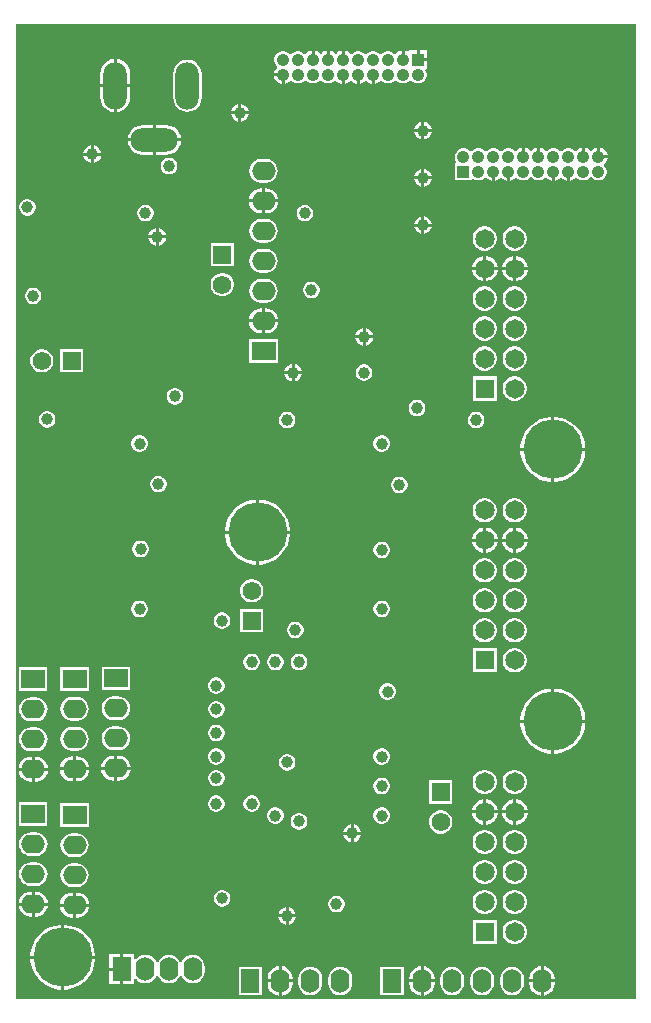
<source format=gbr>
%TF.GenerationSoftware,Altium Limited,Altium Designer,21.2.1 (34)*%
G04 Layer_Physical_Order=3*
G04 Layer_Color=6049555*
%FSLAX45Y45*%
%MOMM*%
%TF.SameCoordinates,33E7FE8D-E1FD-4CC8-B6C0-267CAA33A984*%
%TF.FilePolarity,Positive*%
%TF.FileFunction,Copper,L3,Inr,Signal*%
%TF.Part,Single*%
G01*
G75*
%TA.AperFunction,ComponentPad*%
%ADD31C,1.05000*%
%ADD32R,1.05000X1.05000*%
%ADD33R,2.00000X1.60000*%
%ADD34O,2.00000X1.60000*%
%ADD35O,1.60000X2.00000*%
%ADD36R,1.60000X2.00000*%
%ADD37O,4.00000X2.00000*%
%ADD38O,2.00000X4.00000*%
%ADD39R,1.57000X1.57000*%
%ADD40C,1.57000*%
%ADD41R,1.65000X1.65000*%
%ADD42C,1.65000*%
%ADD43R,1.57000X1.57000*%
%TA.AperFunction,ViaPad*%
%ADD44C,5.00000*%
%ADD45C,1.00000*%
G36*
X5250000Y0D02*
X0D01*
X0Y8250000D01*
X5250000D01*
X5250000Y0D01*
D02*
G37*
%LPC*%
G36*
X3395299Y8027900D02*
X3330100D01*
Y8026268D01*
X3317400Y8018936D01*
X3311068Y8022591D01*
X3293699Y8027246D01*
Y7950000D01*
X3268299D01*
Y8027245D01*
X3250932Y8022591D01*
X3233168Y8012336D01*
X3222269Y8001437D01*
X3217369Y7998130D01*
X3205720Y8000811D01*
X3198516Y8008014D01*
X3181984Y8017559D01*
X3163545Y8022500D01*
X3144455D01*
X3126016Y8017559D01*
X3109484Y8008014D01*
X3098327Y7996858D01*
X3090500Y7995481D01*
X3082673Y7996858D01*
X3071516Y8008014D01*
X3054984Y8017559D01*
X3036545Y8022500D01*
X3017455D01*
X2999016Y8017559D01*
X2982484Y8008014D01*
X2971327Y7996858D01*
X2963500Y7995481D01*
X2955673Y7996858D01*
X2944516Y8008014D01*
X2927984Y8017559D01*
X2909545Y8022500D01*
X2890455D01*
X2872016Y8017559D01*
X2855484Y8008014D01*
X2848280Y8000811D01*
X2836631Y7998130D01*
X2831731Y8001437D01*
X2820832Y8012336D01*
X2803068Y8022591D01*
X2785699Y8027246D01*
Y7950000D01*
X2760299D01*
Y8027245D01*
X2742932Y8022591D01*
X2725168Y8012336D01*
X2718022Y8005189D01*
X2709500Y7998717D01*
X2700978Y8005189D01*
X2693832Y8012336D01*
X2676068Y8022591D01*
X2658699Y8027246D01*
Y7950000D01*
X2633299D01*
Y8027245D01*
X2615932Y8022591D01*
X2598168Y8012336D01*
X2591022Y8005189D01*
X2582500Y7998717D01*
X2573978Y8005189D01*
X2566832Y8012336D01*
X2549068Y8022591D01*
X2531699Y8027246D01*
Y7950000D01*
X2506299D01*
Y8027245D01*
X2488932Y8022591D01*
X2471168Y8012336D01*
X2460269Y8001437D01*
X2455369Y7998130D01*
X2443720Y8000811D01*
X2436516Y8008014D01*
X2419984Y8017559D01*
X2401545Y8022500D01*
X2382455D01*
X2364016Y8017559D01*
X2347484Y8008014D01*
X2336327Y7996858D01*
X2328500Y7995481D01*
X2320673Y7996858D01*
X2309516Y8008014D01*
X2292984Y8017559D01*
X2274545Y8022500D01*
X2255455D01*
X2237016Y8017559D01*
X2220484Y8008014D01*
X2206986Y7994516D01*
X2197441Y7977984D01*
X2192500Y7959545D01*
Y7940455D01*
X2197441Y7922016D01*
X2206986Y7905484D01*
X2214189Y7898280D01*
X2216870Y7886631D01*
X2213564Y7881731D01*
X2202665Y7870832D01*
X2192409Y7853068D01*
X2187755Y7835700D01*
X2264999D01*
Y7823000D01*
X2277699D01*
Y7745755D01*
X2295068Y7750409D01*
X2312832Y7760665D01*
X2323731Y7771564D01*
X2328631Y7774870D01*
X2340280Y7772189D01*
X2347484Y7764986D01*
X2364016Y7755441D01*
X2382455Y7750500D01*
X2401545D01*
X2419984Y7755441D01*
X2436516Y7764986D01*
X2447673Y7776142D01*
X2455500Y7777519D01*
X2463327Y7776142D01*
X2474484Y7764986D01*
X2491016Y7755441D01*
X2509455Y7750500D01*
X2528545D01*
X2546984Y7755441D01*
X2563516Y7764986D01*
X2574673Y7776142D01*
X2582500Y7777519D01*
X2590327Y7776142D01*
X2601484Y7764986D01*
X2618016Y7755441D01*
X2636455Y7750500D01*
X2655545D01*
X2673984Y7755441D01*
X2690516Y7764986D01*
X2697720Y7772189D01*
X2709369Y7774870D01*
X2714269Y7771564D01*
X2725168Y7760665D01*
X2742932Y7750409D01*
X2760299Y7745755D01*
Y7823000D01*
X2785699D01*
Y7745755D01*
X2803068Y7750409D01*
X2820832Y7760665D01*
X2827978Y7767811D01*
X2836500Y7774284D01*
X2845022Y7767811D01*
X2852168Y7760665D01*
X2869932Y7750409D01*
X2887299Y7745755D01*
Y7823000D01*
X2912699D01*
Y7745755D01*
X2930068Y7750409D01*
X2947832Y7760665D01*
X2954978Y7767811D01*
X2963500Y7774284D01*
X2972022Y7767811D01*
X2979168Y7760665D01*
X2996932Y7750409D01*
X3014299Y7745755D01*
Y7823000D01*
X3039699D01*
Y7745755D01*
X3057068Y7750409D01*
X3074832Y7760665D01*
X3085731Y7771564D01*
X3090631Y7774870D01*
X3102280Y7772189D01*
X3109484Y7764986D01*
X3126016Y7755441D01*
X3144455Y7750500D01*
X3163545D01*
X3181984Y7755441D01*
X3198516Y7764986D01*
X3209673Y7776142D01*
X3217500Y7777519D01*
X3225327Y7776142D01*
X3236484Y7764986D01*
X3253016Y7755441D01*
X3271455Y7750500D01*
X3290545D01*
X3308984Y7755441D01*
X3325516Y7764986D01*
X3336673Y7776142D01*
X3344500Y7777519D01*
X3352327Y7776142D01*
X3363484Y7764986D01*
X3380016Y7755441D01*
X3398455Y7750500D01*
X3417545D01*
X3435984Y7755441D01*
X3452516Y7764986D01*
X3466014Y7778484D01*
X3475559Y7795016D01*
X3480500Y7813455D01*
Y7832545D01*
X3475559Y7850984D01*
X3470700Y7859400D01*
X3478033Y7872100D01*
X3485900D01*
Y7937300D01*
X3407999D01*
Y7950000D01*
X3395299D01*
Y8027900D01*
D02*
G37*
G36*
X3485900D02*
X3420699D01*
Y7962700D01*
X3485900D01*
Y8027900D01*
D02*
G37*
G36*
X2252299Y7810300D02*
X2187755D01*
X2192409Y7792932D01*
X2202665Y7775168D01*
X2217168Y7760665D01*
X2234932Y7750409D01*
X2252299Y7745755D01*
Y7810300D01*
D02*
G37*
G36*
X857701Y7954810D02*
Y7742700D01*
X971482D01*
Y7830000D01*
X967172Y7862736D01*
X954537Y7893241D01*
X934437Y7919436D01*
X908241Y7939537D01*
X877736Y7952172D01*
X857701Y7954810D01*
D02*
G37*
G36*
X832301D02*
X812264Y7952172D01*
X781759Y7939537D01*
X755564Y7919436D01*
X735463Y7893241D01*
X722828Y7862736D01*
X718518Y7830000D01*
Y7742700D01*
X832301D01*
Y7954810D01*
D02*
G37*
G36*
X1912700Y7574657D02*
Y7512700D01*
X1974657D01*
X1970262Y7529103D01*
X1960335Y7546297D01*
X1946297Y7560335D01*
X1929103Y7570262D01*
X1912700Y7574657D01*
D02*
G37*
G36*
X1887300D02*
X1870897Y7570262D01*
X1853703Y7560335D01*
X1839665Y7546297D01*
X1829738Y7529103D01*
X1825343Y7512700D01*
X1887300D01*
Y7574657D01*
D02*
G37*
G36*
X1455000Y7951035D02*
X1423674Y7946911D01*
X1394482Y7934820D01*
X1369415Y7915585D01*
X1350180Y7890518D01*
X1338089Y7861326D01*
X1333965Y7830000D01*
Y7630000D01*
X1338089Y7598674D01*
X1350180Y7569482D01*
X1369415Y7544415D01*
X1394482Y7525180D01*
X1423674Y7513089D01*
X1455000Y7508965D01*
X1486326Y7513089D01*
X1515518Y7525180D01*
X1540585Y7544415D01*
X1559820Y7569482D01*
X1571912Y7598674D01*
X1576036Y7630000D01*
Y7830000D01*
X1571912Y7861326D01*
X1559820Y7890518D01*
X1540585Y7915585D01*
X1515518Y7934820D01*
X1486326Y7946911D01*
X1455000Y7951035D01*
D02*
G37*
G36*
X971482Y7717300D02*
X857701D01*
Y7505190D01*
X877736Y7507828D01*
X908241Y7520463D01*
X934437Y7540564D01*
X954537Y7566759D01*
X967172Y7597264D01*
X971482Y7630000D01*
Y7717300D01*
D02*
G37*
G36*
X832301D02*
X718518D01*
Y7630000D01*
X722828Y7597264D01*
X735463Y7566759D01*
X755564Y7540564D01*
X781759Y7520463D01*
X812264Y7507828D01*
X832301Y7505190D01*
Y7717300D01*
D02*
G37*
G36*
X1974657Y7487300D02*
X1912700D01*
Y7425343D01*
X1929103Y7429738D01*
X1946297Y7439665D01*
X1960335Y7453703D01*
X1970262Y7470897D01*
X1974657Y7487300D01*
D02*
G37*
G36*
X1887300D02*
X1825343D01*
X1829738Y7470897D01*
X1839665Y7453703D01*
X1853703Y7439665D01*
X1870897Y7429738D01*
X1887300Y7425343D01*
Y7487300D01*
D02*
G37*
G36*
X3462700Y7424657D02*
Y7362700D01*
X3524657D01*
X3520262Y7379103D01*
X3510335Y7396297D01*
X3496297Y7410335D01*
X3479103Y7420262D01*
X3462700Y7424657D01*
D02*
G37*
G36*
X3437300D02*
X3420897Y7420262D01*
X3403703Y7410335D01*
X3389665Y7396297D01*
X3379738Y7379103D01*
X3375343Y7362700D01*
X3437300D01*
Y7424657D01*
D02*
G37*
G36*
X1275000Y7396482D02*
X1187700D01*
Y7282700D01*
X1399810D01*
X1397172Y7302736D01*
X1384537Y7333241D01*
X1364436Y7359436D01*
X1338241Y7379537D01*
X1307736Y7392172D01*
X1275000Y7396482D01*
D02*
G37*
G36*
X1162300D02*
X1075000D01*
X1042264Y7392172D01*
X1011759Y7379537D01*
X985564Y7359436D01*
X965464Y7333241D01*
X952828Y7302736D01*
X950190Y7282700D01*
X1162300D01*
Y7396482D01*
D02*
G37*
G36*
X3524657Y7337300D02*
X3462700D01*
Y7275343D01*
X3479103Y7279738D01*
X3496297Y7289665D01*
X3510335Y7303703D01*
X3520262Y7320897D01*
X3524657Y7337300D01*
D02*
G37*
G36*
X3437300D02*
X3375343D01*
X3379738Y7320897D01*
X3389665Y7303703D01*
X3403703Y7289665D01*
X3420897Y7279738D01*
X3437300Y7275343D01*
Y7337300D01*
D02*
G37*
G36*
X4922300Y7204245D02*
X4904932Y7199591D01*
X4887168Y7189335D01*
X4880022Y7182189D01*
X4871500Y7175716D01*
X4862978Y7182189D01*
X4855832Y7189335D01*
X4838068Y7199591D01*
X4820700Y7204245D01*
Y7127000D01*
X4795300D01*
Y7204245D01*
X4777932Y7199591D01*
X4760168Y7189335D01*
X4749269Y7178436D01*
X4744369Y7175130D01*
X4732720Y7177811D01*
X4725516Y7185014D01*
X4708984Y7194559D01*
X4690545Y7199500D01*
X4671455D01*
X4653016Y7194559D01*
X4636484Y7185014D01*
X4625327Y7173858D01*
X4617500Y7172481D01*
X4609673Y7173858D01*
X4598516Y7185014D01*
X4581984Y7194559D01*
X4563545Y7199500D01*
X4544455D01*
X4526016Y7194559D01*
X4509484Y7185014D01*
X4502280Y7177811D01*
X4490631Y7175130D01*
X4485731Y7178436D01*
X4474832Y7189335D01*
X4457068Y7199591D01*
X4439700Y7204245D01*
Y7127000D01*
X4414300D01*
Y7204245D01*
X4396932Y7199591D01*
X4379168Y7189335D01*
X4372022Y7182189D01*
X4363500Y7175716D01*
X4354978Y7182189D01*
X4347832Y7189335D01*
X4330068Y7199591D01*
X4312700Y7204245D01*
Y7127000D01*
X4287300D01*
Y7204245D01*
X4269932Y7199591D01*
X4252168Y7189335D01*
X4241269Y7178436D01*
X4236369Y7175130D01*
X4224720Y7177811D01*
X4217516Y7185014D01*
X4200984Y7194559D01*
X4182545Y7199500D01*
X4163455D01*
X4145016Y7194559D01*
X4128484Y7185014D01*
X4117327Y7173858D01*
X4109500Y7172481D01*
X4101673Y7173858D01*
X4090516Y7185014D01*
X4073984Y7194559D01*
X4055545Y7199500D01*
X4036455D01*
X4018016Y7194559D01*
X4001484Y7185014D01*
X3990327Y7173858D01*
X3982500Y7172481D01*
X3974673Y7173858D01*
X3963516Y7185014D01*
X3946984Y7194559D01*
X3928545Y7199500D01*
X3909455D01*
X3891016Y7194559D01*
X3874484Y7185014D01*
X3863327Y7173858D01*
X3855500Y7172481D01*
X3847673Y7173858D01*
X3836516Y7185014D01*
X3819984Y7194559D01*
X3801545Y7199500D01*
X3782455D01*
X3764016Y7194559D01*
X3747484Y7185014D01*
X3733986Y7171516D01*
X3724441Y7154984D01*
X3719500Y7136545D01*
Y7117455D01*
X3724441Y7099016D01*
X3732417Y7085200D01*
X3727723Y7072500D01*
X3719500D01*
Y6927500D01*
X3864500D01*
Y6935723D01*
X3877200Y6940417D01*
X3891016Y6932441D01*
X3909455Y6927500D01*
X3928545D01*
X3946984Y6932441D01*
X3963516Y6941986D01*
X3970720Y6949189D01*
X3982369Y6951870D01*
X3987269Y6948563D01*
X3998168Y6937665D01*
X4015932Y6927409D01*
X4033300Y6922755D01*
Y7000000D01*
X4058700D01*
Y6922755D01*
X4076068Y6927409D01*
X4093832Y6937665D01*
X4100978Y6944811D01*
X4109500Y6951284D01*
X4118022Y6944811D01*
X4125168Y6937665D01*
X4142932Y6927409D01*
X4160300Y6922755D01*
Y7000000D01*
X4185700D01*
Y6922755D01*
X4203068Y6927409D01*
X4220832Y6937665D01*
X4231731Y6948563D01*
X4236631Y6951870D01*
X4248280Y6949189D01*
X4255484Y6941986D01*
X4272016Y6932441D01*
X4290455Y6927500D01*
X4309545D01*
X4327984Y6932441D01*
X4344516Y6941986D01*
X4355673Y6953142D01*
X4363500Y6954519D01*
X4371327Y6953142D01*
X4382484Y6941986D01*
X4399016Y6932441D01*
X4417455Y6927500D01*
X4436545D01*
X4454984Y6932441D01*
X4471516Y6941986D01*
X4478720Y6949189D01*
X4490369Y6951870D01*
X4495269Y6948563D01*
X4506168Y6937665D01*
X4523932Y6927409D01*
X4541300Y6922755D01*
Y7000000D01*
X4566700D01*
Y6922755D01*
X4584068Y6927409D01*
X4601832Y6937665D01*
X4608978Y6944811D01*
X4617500Y6951284D01*
X4626022Y6944811D01*
X4633168Y6937665D01*
X4650932Y6927409D01*
X4668300Y6922755D01*
Y7000000D01*
X4693700D01*
Y6922755D01*
X4711068Y6927409D01*
X4728832Y6937665D01*
X4739731Y6948563D01*
X4744631Y6951870D01*
X4756280Y6949189D01*
X4763484Y6941986D01*
X4780016Y6932441D01*
X4798455Y6927500D01*
X4817545D01*
X4835984Y6932441D01*
X4852516Y6941986D01*
X4863673Y6953142D01*
X4871500Y6954519D01*
X4879327Y6953142D01*
X4890484Y6941986D01*
X4907016Y6932441D01*
X4925455Y6927500D01*
X4944545D01*
X4962984Y6932441D01*
X4979516Y6941986D01*
X4993014Y6955484D01*
X5002559Y6972016D01*
X5007500Y6990455D01*
Y7009545D01*
X5002559Y7027984D01*
X4993014Y7044516D01*
X4985811Y7051720D01*
X4983130Y7063369D01*
X4986437Y7068269D01*
X4997335Y7079168D01*
X5007591Y7096932D01*
X5012245Y7114300D01*
X4935000D01*
Y7127000D01*
X4922300D01*
Y7204245D01*
D02*
G37*
G36*
X662700Y7224657D02*
Y7162700D01*
X724656D01*
X720261Y7179103D01*
X710335Y7196297D01*
X696296Y7210335D01*
X679103Y7220262D01*
X662700Y7224657D01*
D02*
G37*
G36*
X637300D02*
X620896Y7220262D01*
X603703Y7210335D01*
X589665Y7196297D01*
X579738Y7179103D01*
X575343Y7162700D01*
X637300D01*
Y7224657D01*
D02*
G37*
G36*
X1399810Y7257300D02*
X1187700D01*
Y7143518D01*
X1275000D01*
X1307736Y7147828D01*
X1338241Y7160463D01*
X1364436Y7180563D01*
X1384537Y7206759D01*
X1397172Y7237264D01*
X1399810Y7257300D01*
D02*
G37*
G36*
X1162300D02*
X950190D01*
X952828Y7237264D01*
X965464Y7206759D01*
X985564Y7180563D01*
X1011759Y7160463D01*
X1042264Y7147828D01*
X1075000Y7143518D01*
X1162300D01*
Y7257300D01*
D02*
G37*
G36*
X4947700Y7204245D02*
Y7139700D01*
X5012245D01*
X5007591Y7157068D01*
X4997335Y7174832D01*
X4982832Y7189335D01*
X4965068Y7199591D01*
X4947700Y7204245D01*
D02*
G37*
G36*
X724656Y7137300D02*
X662700D01*
Y7075343D01*
X679103Y7079738D01*
X696296Y7089665D01*
X710335Y7103704D01*
X720261Y7120897D01*
X724656Y7137300D01*
D02*
G37*
G36*
X637300D02*
X575343D01*
X579738Y7120897D01*
X589665Y7103704D01*
X603703Y7089665D01*
X620896Y7079738D01*
X637300Y7075343D01*
Y7137300D01*
D02*
G37*
G36*
X1309216Y7120000D02*
X1290784D01*
X1272981Y7115230D01*
X1257019Y7106014D01*
X1243986Y7092981D01*
X1234770Y7077019D01*
X1230000Y7059216D01*
Y7040784D01*
X1234770Y7022981D01*
X1243986Y7007019D01*
X1257019Y6993986D01*
X1272981Y6984771D01*
X1290784Y6980000D01*
X1309216D01*
X1327019Y6984771D01*
X1342981Y6993986D01*
X1356014Y7007019D01*
X1365229Y7022981D01*
X1370000Y7040784D01*
Y7059216D01*
X1365229Y7077019D01*
X1356014Y7092981D01*
X1342981Y7106014D01*
X1327019Y7115230D01*
X1309216Y7120000D01*
D02*
G37*
G36*
X3462700Y7024657D02*
Y6962700D01*
X3524657D01*
X3520262Y6979103D01*
X3510335Y6996297D01*
X3496297Y7010335D01*
X3479103Y7020262D01*
X3462700Y7024657D01*
D02*
G37*
G36*
X3437300D02*
X3420897Y7020262D01*
X3403703Y7010335D01*
X3389665Y6996297D01*
X3379738Y6979103D01*
X3375343Y6962700D01*
X3437300D01*
Y7024657D01*
D02*
G37*
G36*
X2120000Y7108863D02*
X2079999D01*
X2053894Y7105426D01*
X2029568Y7095350D01*
X2008679Y7079321D01*
X1992650Y7058431D01*
X1982574Y7034105D01*
X1979137Y7008000D01*
X1982574Y6981895D01*
X1992650Y6957569D01*
X2008679Y6936679D01*
X2029568Y6920650D01*
X2053894Y6910574D01*
X2079999Y6907137D01*
X2120000D01*
X2146105Y6910574D01*
X2170431Y6920650D01*
X2191320Y6936679D01*
X2207349Y6957569D01*
X2217426Y6981895D01*
X2220862Y7008000D01*
X2217426Y7034105D01*
X2207349Y7058431D01*
X2191320Y7079321D01*
X2170431Y7095350D01*
X2146105Y7105426D01*
X2120000Y7108863D01*
D02*
G37*
G36*
X3524657Y6937300D02*
X3462700D01*
Y6875343D01*
X3479103Y6879738D01*
X3496297Y6889665D01*
X3510335Y6903703D01*
X3520262Y6920897D01*
X3524657Y6937300D01*
D02*
G37*
G36*
X3437300D02*
X3375343D01*
X3379738Y6920897D01*
X3389665Y6903703D01*
X3403703Y6889665D01*
X3420897Y6879738D01*
X3437300Y6875343D01*
Y6937300D01*
D02*
G37*
G36*
X2120000Y6860309D02*
X2112699D01*
Y6766700D01*
X2224637D01*
X2222687Y6781515D01*
X2212066Y6807155D01*
X2195172Y6829172D01*
X2173155Y6846067D01*
X2147515Y6856687D01*
X2120000Y6860309D01*
D02*
G37*
G36*
X2087299D02*
X2079999D01*
X2052485Y6856687D01*
X2026845Y6846067D01*
X2004827Y6829172D01*
X1987933Y6807155D01*
X1977312Y6781515D01*
X1975362Y6766700D01*
X2087299D01*
Y6860309D01*
D02*
G37*
G36*
X2224637Y6741300D02*
X2112699D01*
Y6647691D01*
X2120000D01*
X2147515Y6651313D01*
X2173155Y6661933D01*
X2195172Y6678828D01*
X2212066Y6700845D01*
X2222687Y6726485D01*
X2224637Y6741300D01*
D02*
G37*
G36*
X2087299D02*
X1975362D01*
X1977312Y6726485D01*
X1987933Y6700845D01*
X2004827Y6678828D01*
X2026845Y6661933D01*
X2052485Y6651313D01*
X2079999Y6647691D01*
X2087299D01*
Y6741300D01*
D02*
G37*
G36*
X109215Y6770000D02*
X90784D01*
X72981Y6765230D01*
X57019Y6756014D01*
X43986Y6742981D01*
X34770Y6727019D01*
X30000Y6709216D01*
Y6690784D01*
X34770Y6672981D01*
X43986Y6657019D01*
X57019Y6643986D01*
X72981Y6634771D01*
X90784Y6630000D01*
X109215D01*
X127019Y6634771D01*
X142981Y6643986D01*
X156014Y6657019D01*
X165229Y6672981D01*
X170000Y6690784D01*
Y6709216D01*
X165229Y6727019D01*
X156014Y6742981D01*
X142981Y6756014D01*
X127019Y6765230D01*
X109215Y6770000D01*
D02*
G37*
G36*
X2459216Y6720000D02*
X2440784D01*
X2422981Y6715229D01*
X2407019Y6706014D01*
X2393986Y6692981D01*
X2384770Y6677019D01*
X2380000Y6659216D01*
Y6640784D01*
X2384770Y6622981D01*
X2393986Y6607019D01*
X2407019Y6593986D01*
X2422981Y6584770D01*
X2440784Y6580000D01*
X2459216D01*
X2477019Y6584770D01*
X2492981Y6593986D01*
X2506014Y6607019D01*
X2515229Y6622981D01*
X2520000Y6640784D01*
Y6659216D01*
X2515229Y6677019D01*
X2506014Y6692981D01*
X2492981Y6706014D01*
X2477019Y6715229D01*
X2459216Y6720000D01*
D02*
G37*
G36*
X1109216D02*
X1090784D01*
X1072981Y6715229D01*
X1057019Y6706014D01*
X1043986Y6692981D01*
X1034771Y6677019D01*
X1030000Y6659216D01*
Y6640784D01*
X1034771Y6622981D01*
X1043986Y6607019D01*
X1057019Y6593986D01*
X1072981Y6584770D01*
X1090784Y6580000D01*
X1109216D01*
X1127019Y6584770D01*
X1142981Y6593986D01*
X1156014Y6607019D01*
X1165230Y6622981D01*
X1170000Y6640784D01*
Y6659216D01*
X1165230Y6677019D01*
X1156014Y6692981D01*
X1142981Y6706014D01*
X1127019Y6715229D01*
X1109216Y6720000D01*
D02*
G37*
G36*
X3462700Y6624657D02*
Y6562700D01*
X3524657D01*
X3520262Y6579103D01*
X3510335Y6596297D01*
X3496297Y6610335D01*
X3479103Y6620262D01*
X3462700Y6624657D01*
D02*
G37*
G36*
X3437300D02*
X3420897Y6620262D01*
X3403703Y6610335D01*
X3389665Y6596297D01*
X3379738Y6579103D01*
X3375343Y6562700D01*
X3437300D01*
Y6624657D01*
D02*
G37*
G36*
X3524657Y6537300D02*
X3462700D01*
Y6475343D01*
X3479103Y6479738D01*
X3496297Y6489665D01*
X3510335Y6503704D01*
X3520262Y6520897D01*
X3524657Y6537300D01*
D02*
G37*
G36*
X3437300D02*
X3375343D01*
X3379738Y6520897D01*
X3389665Y6503704D01*
X3403703Y6489665D01*
X3420897Y6479738D01*
X3437300Y6475343D01*
Y6537300D01*
D02*
G37*
G36*
X1212700Y6524657D02*
Y6462700D01*
X1274657D01*
X1270262Y6479103D01*
X1260335Y6496297D01*
X1246296Y6510335D01*
X1229103Y6520262D01*
X1212700Y6524657D01*
D02*
G37*
G36*
X1187300D02*
X1170897Y6520262D01*
X1153703Y6510335D01*
X1139665Y6496297D01*
X1129738Y6479103D01*
X1125343Y6462700D01*
X1187300D01*
Y6524657D01*
D02*
G37*
G36*
X2120000Y6600863D02*
X2079999D01*
X2053894Y6597426D01*
X2029568Y6587350D01*
X2008679Y6571321D01*
X1992650Y6550431D01*
X1982574Y6526105D01*
X1979137Y6500000D01*
X1982574Y6473895D01*
X1992650Y6449569D01*
X2008679Y6428679D01*
X2029568Y6412650D01*
X2053894Y6402574D01*
X2079999Y6399137D01*
X2120000D01*
X2146105Y6402574D01*
X2170431Y6412650D01*
X2191320Y6428679D01*
X2207349Y6449569D01*
X2217426Y6473895D01*
X2220862Y6500000D01*
X2217426Y6526105D01*
X2207349Y6550431D01*
X2191320Y6571321D01*
X2170431Y6587350D01*
X2146105Y6597426D01*
X2120000Y6600863D01*
D02*
G37*
G36*
X1274657Y6437300D02*
X1212700D01*
Y6375343D01*
X1229103Y6379738D01*
X1246296Y6389665D01*
X1260335Y6403703D01*
X1270262Y6420897D01*
X1274657Y6437300D01*
D02*
G37*
G36*
X1187300D02*
X1125343D01*
X1129738Y6420897D01*
X1139665Y6403703D01*
X1153703Y6389665D01*
X1170897Y6379738D01*
X1187300Y6375343D01*
Y6437300D01*
D02*
G37*
G36*
X4240494Y6537500D02*
X4213506D01*
X4187436Y6530515D01*
X4164064Y6517020D01*
X4144980Y6497936D01*
X4131485Y6474564D01*
X4124500Y6448494D01*
Y6421506D01*
X4131485Y6395437D01*
X4144980Y6372064D01*
X4164064Y6352980D01*
X4187436Y6339485D01*
X4213506Y6332500D01*
X4240494D01*
X4266563Y6339485D01*
X4289936Y6352980D01*
X4309020Y6372064D01*
X4322515Y6395437D01*
X4329500Y6421506D01*
Y6448494D01*
X4322515Y6474564D01*
X4309020Y6497936D01*
X4289936Y6517020D01*
X4266563Y6530515D01*
X4240494Y6537500D01*
D02*
G37*
G36*
X3986494D02*
X3959506D01*
X3933436Y6530515D01*
X3910064Y6517020D01*
X3890980Y6497936D01*
X3877485Y6474564D01*
X3870500Y6448494D01*
Y6421506D01*
X3877485Y6395437D01*
X3890980Y6372064D01*
X3910064Y6352980D01*
X3933436Y6339485D01*
X3959506Y6332500D01*
X3986494D01*
X4012563Y6339485D01*
X4035936Y6352980D01*
X4055020Y6372064D01*
X4068515Y6395437D01*
X4075500Y6421506D01*
Y6448494D01*
X4068515Y6474564D01*
X4055020Y6497936D01*
X4035936Y6517020D01*
X4012563Y6530515D01*
X3986494Y6537500D01*
D02*
G37*
G36*
X1848500Y6398500D02*
X1651500D01*
Y6201500D01*
X1848500D01*
Y6398500D01*
D02*
G37*
G36*
X4241205Y6288900D02*
X4239700D01*
Y6193699D01*
X4334900D01*
Y6195205D01*
X4327547Y6222648D01*
X4313341Y6247252D01*
X4293252Y6267342D01*
X4268648Y6281547D01*
X4241205Y6288900D01*
D02*
G37*
G36*
X3987205D02*
X3985700D01*
Y6193699D01*
X4080900D01*
Y6195205D01*
X4073547Y6222648D01*
X4059341Y6247252D01*
X4039252Y6267342D01*
X4014648Y6281547D01*
X3987205Y6288900D01*
D02*
G37*
G36*
X4214300D02*
X4212795D01*
X4185352Y6281547D01*
X4160748Y6267342D01*
X4140658Y6247252D01*
X4126453Y6222648D01*
X4119100Y6195205D01*
Y6193699D01*
X4214300D01*
Y6288900D01*
D02*
G37*
G36*
X3960300D02*
X3958795D01*
X3931352Y6281547D01*
X3906748Y6267342D01*
X3886658Y6247252D01*
X3872453Y6222648D01*
X3865100Y6195205D01*
Y6193699D01*
X3960300D01*
Y6288900D01*
D02*
G37*
G36*
X2120000Y6346863D02*
X2079999D01*
X2053894Y6343426D01*
X2029568Y6333350D01*
X2008679Y6317321D01*
X1992650Y6296431D01*
X1982574Y6272105D01*
X1979137Y6246000D01*
X1982574Y6219895D01*
X1992650Y6195569D01*
X2008679Y6174679D01*
X2029568Y6158650D01*
X2053894Y6148574D01*
X2079999Y6145137D01*
X2120000D01*
X2146105Y6148574D01*
X2170431Y6158650D01*
X2191320Y6174679D01*
X2207349Y6195569D01*
X2217426Y6219895D01*
X2220862Y6246000D01*
X2217426Y6272105D01*
X2207349Y6296431D01*
X2191320Y6317321D01*
X2170431Y6333350D01*
X2146105Y6343426D01*
X2120000Y6346863D01*
D02*
G37*
G36*
X4334900Y6168299D02*
X4239700D01*
Y6073100D01*
X4241205D01*
X4268648Y6080453D01*
X4293252Y6094659D01*
X4313341Y6114748D01*
X4327547Y6139352D01*
X4334900Y6166795D01*
Y6168299D01*
D02*
G37*
G36*
X4214300D02*
X4119100D01*
Y6166795D01*
X4126453Y6139352D01*
X4140658Y6114748D01*
X4160748Y6094659D01*
X4185352Y6080453D01*
X4212795Y6073100D01*
X4214300D01*
Y6168299D01*
D02*
G37*
G36*
X4080900D02*
X3985700D01*
Y6073100D01*
X3987205D01*
X4014648Y6080453D01*
X4039252Y6094659D01*
X4059341Y6114748D01*
X4073547Y6139352D01*
X4080900Y6166795D01*
Y6168299D01*
D02*
G37*
G36*
X3960300D02*
X3865100D01*
Y6166795D01*
X3872453Y6139352D01*
X3886658Y6114748D01*
X3906748Y6094659D01*
X3931352Y6080453D01*
X3958795Y6073100D01*
X3960300D01*
Y6168299D01*
D02*
G37*
G36*
X1762968Y6144500D02*
X1737032D01*
X1711981Y6137787D01*
X1689520Y6124820D01*
X1671181Y6106481D01*
X1658213Y6084020D01*
X1651500Y6058968D01*
Y6033032D01*
X1658213Y6007981D01*
X1671181Y5985520D01*
X1689520Y5967181D01*
X1711981Y5954213D01*
X1737032Y5947500D01*
X1762968D01*
X1788020Y5954213D01*
X1810481Y5967181D01*
X1828820Y5985520D01*
X1841787Y6007981D01*
X1848500Y6033032D01*
Y6058968D01*
X1841787Y6084020D01*
X1828820Y6106481D01*
X1810481Y6124820D01*
X1788020Y6137787D01*
X1762968Y6144500D01*
D02*
G37*
G36*
X2513843Y6070000D02*
X2495412D01*
X2477608Y6065229D01*
X2461647Y6056014D01*
X2448614Y6042981D01*
X2439398Y6027019D01*
X2434628Y6009216D01*
Y5990784D01*
X2439398Y5972981D01*
X2448614Y5957019D01*
X2461647Y5943986D01*
X2477608Y5934770D01*
X2495412Y5930000D01*
X2513843D01*
X2531646Y5934770D01*
X2547608Y5943986D01*
X2560641Y5957019D01*
X2569857Y5972981D01*
X2574627Y5990784D01*
Y6009216D01*
X2569857Y6027019D01*
X2560641Y6042981D01*
X2547608Y6056014D01*
X2531646Y6065229D01*
X2513843Y6070000D01*
D02*
G37*
G36*
X2120000Y6092863D02*
X2079999D01*
X2053894Y6089426D01*
X2029568Y6079350D01*
X2008679Y6063321D01*
X1992650Y6042431D01*
X1982574Y6018105D01*
X1979137Y5992000D01*
X1982574Y5965895D01*
X1992650Y5941569D01*
X2008679Y5920679D01*
X2029568Y5904650D01*
X2053894Y5894574D01*
X2079999Y5891137D01*
X2120000D01*
X2146105Y5894574D01*
X2170431Y5904650D01*
X2191320Y5920679D01*
X2207349Y5941569D01*
X2217426Y5965895D01*
X2220862Y5992000D01*
X2217426Y6018105D01*
X2207349Y6042431D01*
X2191320Y6063321D01*
X2170431Y6079350D01*
X2146105Y6089426D01*
X2120000Y6092863D01*
D02*
G37*
G36*
X159215Y6020000D02*
X140784D01*
X122981Y6015230D01*
X107019Y6006014D01*
X93986Y5992981D01*
X84770Y5977019D01*
X80000Y5959216D01*
Y5940785D01*
X84770Y5922981D01*
X93986Y5907019D01*
X107019Y5893986D01*
X122981Y5884771D01*
X140784Y5880000D01*
X159215D01*
X177019Y5884771D01*
X192981Y5893986D01*
X206014Y5907019D01*
X215229Y5922981D01*
X220000Y5940785D01*
Y5959216D01*
X215229Y5977019D01*
X206014Y5992981D01*
X192981Y6006014D01*
X177019Y6015230D01*
X159215Y6020000D01*
D02*
G37*
G36*
X4240494Y6029500D02*
X4213506D01*
X4187436Y6022515D01*
X4164064Y6009020D01*
X4144980Y5989936D01*
X4131485Y5966564D01*
X4124500Y5940494D01*
Y5913506D01*
X4131485Y5887437D01*
X4144980Y5864064D01*
X4164064Y5844980D01*
X4187436Y5831485D01*
X4213506Y5824500D01*
X4240494D01*
X4266563Y5831485D01*
X4289936Y5844980D01*
X4309020Y5864064D01*
X4322515Y5887437D01*
X4329500Y5913506D01*
Y5940494D01*
X4322515Y5966564D01*
X4309020Y5989936D01*
X4289936Y6009020D01*
X4266563Y6022515D01*
X4240494Y6029500D01*
D02*
G37*
G36*
X3986494D02*
X3959506D01*
X3933436Y6022515D01*
X3910064Y6009020D01*
X3890980Y5989936D01*
X3877485Y5966564D01*
X3870500Y5940494D01*
Y5913506D01*
X3877485Y5887437D01*
X3890980Y5864064D01*
X3910064Y5844980D01*
X3933436Y5831485D01*
X3959506Y5824500D01*
X3986494D01*
X4012563Y5831485D01*
X4035936Y5844980D01*
X4055020Y5864064D01*
X4068515Y5887437D01*
X4075500Y5913506D01*
Y5940494D01*
X4068515Y5966564D01*
X4055020Y5989936D01*
X4035936Y6009020D01*
X4012563Y6022515D01*
X3986494Y6029500D01*
D02*
G37*
G36*
X2120000Y5844309D02*
X2112699D01*
Y5750700D01*
X2224637D01*
X2222687Y5765515D01*
X2212066Y5791155D01*
X2195172Y5813172D01*
X2173155Y5830067D01*
X2147515Y5840687D01*
X2120000Y5844309D01*
D02*
G37*
G36*
X2087299D02*
X2079999D01*
X2052485Y5840687D01*
X2026845Y5830067D01*
X2004827Y5813172D01*
X1987933Y5791155D01*
X1977312Y5765515D01*
X1975362Y5750700D01*
X2087299D01*
Y5844309D01*
D02*
G37*
G36*
X2224637Y5725300D02*
X2112699D01*
Y5631691D01*
X2120000D01*
X2147515Y5635313D01*
X2173155Y5645933D01*
X2195172Y5662828D01*
X2212066Y5684845D01*
X2222687Y5710485D01*
X2224637Y5725300D01*
D02*
G37*
G36*
X2087299D02*
X1975362D01*
X1977312Y5710485D01*
X1987933Y5684845D01*
X2004827Y5662828D01*
X2026845Y5645933D01*
X2052485Y5635313D01*
X2079999Y5631691D01*
X2087299D01*
Y5725300D01*
D02*
G37*
G36*
X2965874Y5677831D02*
Y5615874D01*
X3027831D01*
X3023436Y5632278D01*
X3013509Y5649471D01*
X2999471Y5663509D01*
X2982277Y5673436D01*
X2965874Y5677831D01*
D02*
G37*
G36*
X2940474D02*
X2924071Y5673436D01*
X2906877Y5663509D01*
X2892839Y5649471D01*
X2882912Y5632278D01*
X2878517Y5615874D01*
X2940474D01*
Y5677831D01*
D02*
G37*
G36*
X4240494Y5775500D02*
X4213506D01*
X4187436Y5768515D01*
X4164064Y5755020D01*
X4144980Y5735936D01*
X4131485Y5712564D01*
X4124500Y5686494D01*
Y5659506D01*
X4131485Y5633437D01*
X4144980Y5610064D01*
X4164064Y5590980D01*
X4187436Y5577485D01*
X4213506Y5570500D01*
X4240494D01*
X4266563Y5577485D01*
X4289936Y5590980D01*
X4309020Y5610064D01*
X4322515Y5633437D01*
X4329500Y5659506D01*
Y5686494D01*
X4322515Y5712564D01*
X4309020Y5735936D01*
X4289936Y5755020D01*
X4266563Y5768515D01*
X4240494Y5775500D01*
D02*
G37*
G36*
X3986494D02*
X3959506D01*
X3933436Y5768515D01*
X3910064Y5755020D01*
X3890980Y5735936D01*
X3877485Y5712564D01*
X3870500Y5686494D01*
Y5659506D01*
X3877485Y5633437D01*
X3890980Y5610064D01*
X3910064Y5590980D01*
X3933436Y5577485D01*
X3959506Y5570500D01*
X3986494D01*
X4012563Y5577485D01*
X4035936Y5590980D01*
X4055020Y5610064D01*
X4068515Y5633437D01*
X4075500Y5659506D01*
Y5686494D01*
X4068515Y5712564D01*
X4055020Y5735936D01*
X4035936Y5755020D01*
X4012563Y5768515D01*
X3986494Y5775500D01*
D02*
G37*
G36*
X3027831Y5590474D02*
X2965874D01*
Y5528518D01*
X2982277Y5532912D01*
X2999471Y5542839D01*
X3013509Y5556878D01*
X3023436Y5574071D01*
X3027831Y5590474D01*
D02*
G37*
G36*
X2940474D02*
X2878517D01*
X2882912Y5574071D01*
X2892839Y5556878D01*
X2906877Y5542839D01*
X2924071Y5532912D01*
X2940474Y5528518D01*
Y5590474D01*
D02*
G37*
G36*
X2220000Y5584000D02*
X1980000D01*
Y5384000D01*
X2220000D01*
Y5584000D01*
D02*
G37*
G36*
X4240494Y5521500D02*
X4213506D01*
X4187436Y5514515D01*
X4164064Y5501020D01*
X4144980Y5481936D01*
X4131485Y5458564D01*
X4124500Y5432494D01*
Y5405506D01*
X4131485Y5379437D01*
X4144980Y5356064D01*
X4164064Y5336980D01*
X4187436Y5323485D01*
X4213506Y5316500D01*
X4240494D01*
X4266563Y5323485D01*
X4289936Y5336980D01*
X4309020Y5356064D01*
X4322515Y5379437D01*
X4329500Y5405506D01*
Y5432494D01*
X4322515Y5458564D01*
X4309020Y5481936D01*
X4289936Y5501020D01*
X4266563Y5514515D01*
X4240494Y5521500D01*
D02*
G37*
G36*
X3986494D02*
X3959506D01*
X3933436Y5514515D01*
X3910064Y5501020D01*
X3890980Y5481936D01*
X3877485Y5458564D01*
X3870500Y5432494D01*
Y5405506D01*
X3877485Y5379437D01*
X3890980Y5356064D01*
X3910064Y5336980D01*
X3933436Y5323485D01*
X3959506Y5316500D01*
X3986494D01*
X4012563Y5323485D01*
X4035936Y5336980D01*
X4055020Y5356064D01*
X4068515Y5379437D01*
X4075500Y5405506D01*
Y5432494D01*
X4068515Y5458564D01*
X4055020Y5481936D01*
X4035936Y5501020D01*
X4012563Y5514515D01*
X3986494Y5521500D01*
D02*
G37*
G36*
X2362700Y5374657D02*
Y5312700D01*
X2424657D01*
X2420262Y5329103D01*
X2410335Y5346297D01*
X2396297Y5360335D01*
X2379103Y5370262D01*
X2362700Y5374657D01*
D02*
G37*
G36*
X2337300D02*
X2320897Y5370262D01*
X2303704Y5360335D01*
X2289665Y5346297D01*
X2279738Y5329103D01*
X2275343Y5312700D01*
X2337300D01*
Y5374657D01*
D02*
G37*
G36*
X575500Y5498500D02*
X378500D01*
Y5301500D01*
X575500D01*
Y5498500D01*
D02*
G37*
G36*
X235968D02*
X210032D01*
X184981Y5491787D01*
X162520Y5478820D01*
X144181Y5460481D01*
X131213Y5438020D01*
X124500Y5412968D01*
Y5387032D01*
X131213Y5361981D01*
X144181Y5339520D01*
X162520Y5321181D01*
X184981Y5308213D01*
X210032Y5301500D01*
X235968D01*
X261020Y5308213D01*
X283481Y5321181D01*
X301820Y5339520D01*
X314787Y5361981D01*
X321500Y5387032D01*
Y5412968D01*
X314787Y5438020D01*
X301820Y5460481D01*
X283481Y5478820D01*
X261020Y5491787D01*
X235968Y5498500D01*
D02*
G37*
G36*
X2959215Y5370000D02*
X2940784D01*
X2922981Y5365230D01*
X2907019Y5356014D01*
X2893986Y5342981D01*
X2884770Y5327019D01*
X2880000Y5309216D01*
Y5290784D01*
X2884770Y5272981D01*
X2893986Y5257019D01*
X2907019Y5243986D01*
X2922981Y5234771D01*
X2940784Y5230000D01*
X2959215D01*
X2977019Y5234771D01*
X2992981Y5243986D01*
X3006014Y5257019D01*
X3015229Y5272981D01*
X3020000Y5290784D01*
Y5309216D01*
X3015229Y5327019D01*
X3006014Y5342981D01*
X2992981Y5356014D01*
X2977019Y5365230D01*
X2959215Y5370000D01*
D02*
G37*
G36*
X2424657Y5287300D02*
X2362700D01*
Y5225343D01*
X2379103Y5229738D01*
X2396297Y5239665D01*
X2410335Y5253703D01*
X2420262Y5270897D01*
X2424657Y5287300D01*
D02*
G37*
G36*
X2337300D02*
X2275343D01*
X2279738Y5270897D01*
X2289665Y5253703D01*
X2303704Y5239665D01*
X2320897Y5229738D01*
X2337300Y5225343D01*
Y5287300D01*
D02*
G37*
G36*
X4240494Y5267500D02*
X4213506D01*
X4187436Y5260515D01*
X4164064Y5247020D01*
X4144980Y5227936D01*
X4131485Y5204564D01*
X4124500Y5178494D01*
Y5151506D01*
X4131485Y5125437D01*
X4144980Y5102064D01*
X4164064Y5082980D01*
X4187436Y5069485D01*
X4213506Y5062500D01*
X4240494D01*
X4266563Y5069485D01*
X4289936Y5082980D01*
X4309020Y5102064D01*
X4322515Y5125437D01*
X4329500Y5151506D01*
Y5178494D01*
X4322515Y5204564D01*
X4309020Y5227936D01*
X4289936Y5247020D01*
X4266563Y5260515D01*
X4240494Y5267500D01*
D02*
G37*
G36*
X4075500D02*
X3870500D01*
Y5062500D01*
X4075500D01*
Y5267500D01*
D02*
G37*
G36*
X1359216Y5170000D02*
X1340784D01*
X1322981Y5165229D01*
X1307019Y5156014D01*
X1293986Y5142981D01*
X1284771Y5127019D01*
X1280000Y5109216D01*
Y5090784D01*
X1284771Y5072981D01*
X1293986Y5057019D01*
X1307019Y5043986D01*
X1322981Y5034770D01*
X1340784Y5030000D01*
X1359216D01*
X1377019Y5034770D01*
X1392981Y5043986D01*
X1406014Y5057019D01*
X1415230Y5072981D01*
X1420000Y5090784D01*
Y5109216D01*
X1415230Y5127019D01*
X1406014Y5142981D01*
X1392981Y5156014D01*
X1377019Y5165229D01*
X1359216Y5170000D01*
D02*
G37*
G36*
X3409215Y5070000D02*
X3390784D01*
X3372981Y5065230D01*
X3357019Y5056014D01*
X3343986Y5042981D01*
X3334770Y5027019D01*
X3330000Y5009216D01*
Y4990785D01*
X3334770Y4972981D01*
X3343986Y4957019D01*
X3357019Y4943986D01*
X3372981Y4934771D01*
X3390784Y4930000D01*
X3409215D01*
X3427019Y4934771D01*
X3442981Y4943986D01*
X3456014Y4957019D01*
X3465229Y4972981D01*
X3470000Y4990785D01*
Y5009216D01*
X3465229Y5027019D01*
X3456014Y5042981D01*
X3442981Y5056014D01*
X3427019Y5065230D01*
X3409215Y5070000D01*
D02*
G37*
G36*
X277299Y4974375D02*
X258867D01*
X241064Y4969605D01*
X225102Y4960389D01*
X212069Y4947356D01*
X202854Y4931394D01*
X198083Y4913591D01*
Y4895160D01*
X202854Y4877356D01*
X212069Y4861394D01*
X225102Y4848361D01*
X241064Y4839146D01*
X258867Y4834375D01*
X277299D01*
X295102Y4839146D01*
X311064Y4848361D01*
X324097Y4861394D01*
X333313Y4877356D01*
X338083Y4895160D01*
Y4913591D01*
X333313Y4931394D01*
X324097Y4947356D01*
X311064Y4960389D01*
X295102Y4969605D01*
X277299Y4974375D01*
D02*
G37*
G36*
X2309216Y4970000D02*
X2290784D01*
X2272981Y4965230D01*
X2257019Y4956014D01*
X2243986Y4942981D01*
X2234770Y4927020D01*
X2230000Y4909216D01*
Y4890785D01*
X2234770Y4872982D01*
X2243986Y4857020D01*
X2257019Y4843987D01*
X2272981Y4834771D01*
X2290784Y4830001D01*
X2309216D01*
X2327019Y4834771D01*
X2342981Y4843987D01*
X2356014Y4857020D01*
X2365229Y4872982D01*
X2370000Y4890785D01*
Y4909216D01*
X2365229Y4927020D01*
X2356014Y4942981D01*
X2342981Y4956014D01*
X2327019Y4965230D01*
X2309216Y4970000D01*
D02*
G37*
G36*
X3909215Y4970000D02*
X3890784D01*
X3872981Y4965230D01*
X3857019Y4956014D01*
X3843986Y4942981D01*
X3834770Y4927019D01*
X3830000Y4909216D01*
Y4890784D01*
X3834770Y4872981D01*
X3843986Y4857019D01*
X3857019Y4843986D01*
X3872981Y4834771D01*
X3890784Y4830000D01*
X3909215D01*
X3927019Y4834771D01*
X3942981Y4843986D01*
X3956014Y4857019D01*
X3965229Y4872981D01*
X3970000Y4890784D01*
Y4909216D01*
X3965229Y4927019D01*
X3956014Y4942981D01*
X3942981Y4956014D01*
X3927019Y4965230D01*
X3909215Y4970000D01*
D02*
G37*
G36*
X4571675Y4925400D02*
X4562700D01*
Y4662700D01*
X4825400D01*
Y4671675D01*
X4818619Y4714490D01*
X4805223Y4755717D01*
X4785543Y4794341D01*
X4760063Y4829411D01*
X4729411Y4860063D01*
X4694341Y4885543D01*
X4655717Y4905223D01*
X4614490Y4918619D01*
X4571675Y4925400D01*
D02*
G37*
G36*
X4537300D02*
X4528325D01*
X4485510Y4918619D01*
X4444283Y4905223D01*
X4405659Y4885543D01*
X4370589Y4860063D01*
X4339937Y4829411D01*
X4314457Y4794341D01*
X4294777Y4755717D01*
X4281381Y4714490D01*
X4274600Y4671675D01*
Y4662700D01*
X4537300D01*
Y4925400D01*
D02*
G37*
G36*
X3109216Y4770000D02*
X3090784D01*
X3072981Y4765230D01*
X3057019Y4756014D01*
X3043986Y4742981D01*
X3034770Y4727019D01*
X3030000Y4709216D01*
Y4690785D01*
X3034770Y4672981D01*
X3043986Y4657019D01*
X3057019Y4643986D01*
X3072981Y4634771D01*
X3090784Y4630000D01*
X3109216D01*
X3127019Y4634771D01*
X3142981Y4643986D01*
X3156014Y4657019D01*
X3165229Y4672981D01*
X3170000Y4690785D01*
Y4709216D01*
X3165229Y4727019D01*
X3156014Y4742981D01*
X3142981Y4756014D01*
X3127019Y4765230D01*
X3109216Y4770000D01*
D02*
G37*
G36*
X1059216D02*
X1040785D01*
X1022981Y4765230D01*
X1007019Y4756014D01*
X993986Y4742981D01*
X984771Y4727019D01*
X980000Y4709216D01*
Y4690785D01*
X984771Y4672981D01*
X993986Y4657019D01*
X1007019Y4643986D01*
X1022981Y4634771D01*
X1040785Y4630000D01*
X1059216D01*
X1077019Y4634771D01*
X1092981Y4643986D01*
X1106014Y4657019D01*
X1115230Y4672981D01*
X1120000Y4690785D01*
Y4709216D01*
X1115230Y4727019D01*
X1106014Y4742981D01*
X1092981Y4756014D01*
X1077019Y4765230D01*
X1059216Y4770000D01*
D02*
G37*
G36*
X4825400Y4637300D02*
X4562700D01*
Y4374600D01*
X4571675D01*
X4614490Y4381381D01*
X4655717Y4394777D01*
X4694341Y4414457D01*
X4729411Y4439937D01*
X4760063Y4470589D01*
X4785543Y4505659D01*
X4805223Y4544283D01*
X4818619Y4585511D01*
X4825400Y4628326D01*
Y4637300D01*
D02*
G37*
G36*
X4537300D02*
X4274600D01*
Y4628326D01*
X4281381Y4585511D01*
X4294777Y4544283D01*
X4314457Y4505659D01*
X4339937Y4470589D01*
X4370589Y4439937D01*
X4405659Y4414457D01*
X4444283Y4394777D01*
X4485510Y4381381D01*
X4528325Y4374600D01*
X4537300D01*
Y4637300D01*
D02*
G37*
G36*
X1217923Y4426207D02*
X1199492D01*
X1181689Y4421437D01*
X1165727Y4412221D01*
X1152694Y4399188D01*
X1143478Y4383226D01*
X1138708Y4365423D01*
Y4346992D01*
X1143478Y4329188D01*
X1152694Y4313226D01*
X1165727Y4300193D01*
X1181689Y4290978D01*
X1199492Y4286207D01*
X1217923D01*
X1235727Y4290978D01*
X1251689Y4300193D01*
X1264722Y4313226D01*
X1273937Y4329188D01*
X1278708Y4346992D01*
Y4365423D01*
X1273937Y4383226D01*
X1264722Y4399188D01*
X1251689Y4412221D01*
X1235727Y4421437D01*
X1217923Y4426207D01*
D02*
G37*
G36*
X3259216Y4420001D02*
X3240784D01*
X3222981Y4415230D01*
X3207019Y4406015D01*
X3193986Y4392982D01*
X3184771Y4377020D01*
X3180000Y4359216D01*
Y4340785D01*
X3184771Y4322982D01*
X3193986Y4307020D01*
X3207019Y4293987D01*
X3222981Y4284771D01*
X3240784Y4280001D01*
X3259216D01*
X3277019Y4284771D01*
X3292981Y4293987D01*
X3306014Y4307020D01*
X3315230Y4322982D01*
X3320000Y4340785D01*
Y4359216D01*
X3315230Y4377020D01*
X3306014Y4392982D01*
X3292981Y4406015D01*
X3277019Y4415230D01*
X3259216Y4420001D01*
D02*
G37*
G36*
X4240494Y4237500D02*
X4213506D01*
X4187436Y4230515D01*
X4164064Y4217021D01*
X4144980Y4197936D01*
X4131485Y4174564D01*
X4124500Y4148494D01*
Y4121506D01*
X4131485Y4095437D01*
X4144980Y4072064D01*
X4164064Y4052980D01*
X4187436Y4039485D01*
X4213506Y4032500D01*
X4240494D01*
X4266563Y4039485D01*
X4289936Y4052980D01*
X4309020Y4072064D01*
X4322515Y4095437D01*
X4329500Y4121506D01*
Y4148494D01*
X4322515Y4174564D01*
X4309020Y4197936D01*
X4289936Y4217021D01*
X4266563Y4230515D01*
X4240494Y4237500D01*
D02*
G37*
G36*
X3986494D02*
X3959506D01*
X3933436Y4230515D01*
X3910064Y4217021D01*
X3890980Y4197936D01*
X3877485Y4174564D01*
X3870500Y4148494D01*
Y4121506D01*
X3877485Y4095437D01*
X3890980Y4072064D01*
X3910064Y4052980D01*
X3933436Y4039485D01*
X3959506Y4032500D01*
X3986494D01*
X4012563Y4039485D01*
X4035936Y4052980D01*
X4055020Y4072064D01*
X4068515Y4095437D01*
X4075500Y4121506D01*
Y4148494D01*
X4068515Y4174564D01*
X4055020Y4197936D01*
X4035936Y4217021D01*
X4012563Y4230515D01*
X3986494Y4237500D01*
D02*
G37*
G36*
X2071675Y4225400D02*
X2062700D01*
Y3962700D01*
X2325400D01*
Y3971675D01*
X2318619Y4014490D01*
X2305223Y4055717D01*
X2285543Y4094341D01*
X2260063Y4129411D01*
X2229411Y4160063D01*
X2194341Y4185543D01*
X2155717Y4205223D01*
X2114490Y4218619D01*
X2071675Y4225400D01*
D02*
G37*
G36*
X2037300D02*
X2028325D01*
X1985510Y4218619D01*
X1944283Y4205223D01*
X1905659Y4185543D01*
X1870589Y4160063D01*
X1839937Y4129411D01*
X1814457Y4094341D01*
X1794777Y4055717D01*
X1781381Y4014490D01*
X1774600Y3971675D01*
Y3962700D01*
X2037300D01*
Y4225400D01*
D02*
G37*
G36*
X4241205Y3988900D02*
X4239700D01*
Y3893700D01*
X4334900D01*
Y3895205D01*
X4327547Y3922648D01*
X4313341Y3947252D01*
X4293252Y3967342D01*
X4268648Y3981547D01*
X4241205Y3988900D01*
D02*
G37*
G36*
X3987205D02*
X3985700D01*
Y3893700D01*
X4080900D01*
Y3895205D01*
X4073547Y3922648D01*
X4059341Y3947252D01*
X4039252Y3967342D01*
X4014648Y3981547D01*
X3987205Y3988900D01*
D02*
G37*
G36*
X4214300D02*
X4212795D01*
X4185352Y3981547D01*
X4160748Y3967342D01*
X4140658Y3947252D01*
X4126453Y3922648D01*
X4119100Y3895205D01*
Y3893700D01*
X4214300D01*
Y3988900D01*
D02*
G37*
G36*
X3960300D02*
X3958795D01*
X3931352Y3981547D01*
X3906748Y3967342D01*
X3886658Y3947252D01*
X3872453Y3922648D01*
X3865100Y3895205D01*
Y3893700D01*
X3960300D01*
Y3988900D01*
D02*
G37*
G36*
X4334900Y3868300D02*
X4239700D01*
Y3773100D01*
X4241205D01*
X4268648Y3780453D01*
X4293252Y3794659D01*
X4313341Y3814748D01*
X4327547Y3839352D01*
X4334900Y3866795D01*
Y3868300D01*
D02*
G37*
G36*
X4214300D02*
X4119100D01*
Y3866795D01*
X4126453Y3839352D01*
X4140658Y3814748D01*
X4160748Y3794659D01*
X4185352Y3780453D01*
X4212795Y3773100D01*
X4214300D01*
Y3868300D01*
D02*
G37*
G36*
X4080900D02*
X3985700D01*
Y3773100D01*
X3987205D01*
X4014648Y3780453D01*
X4039252Y3794659D01*
X4059341Y3814748D01*
X4073547Y3839352D01*
X4080900Y3866795D01*
Y3868300D01*
D02*
G37*
G36*
X3960300D02*
X3865100D01*
Y3866795D01*
X3872453Y3839352D01*
X3886658Y3814748D01*
X3906748Y3794659D01*
X3931352Y3780453D01*
X3958795Y3773100D01*
X3960300D01*
Y3868300D01*
D02*
G37*
G36*
X1067923Y3876207D02*
X1049492D01*
X1031689Y3871437D01*
X1015727Y3862221D01*
X1002694Y3849188D01*
X993478Y3833226D01*
X988708Y3815423D01*
Y3796991D01*
X993478Y3779188D01*
X1002694Y3763226D01*
X1015727Y3750193D01*
X1031689Y3740978D01*
X1049492Y3736207D01*
X1067923D01*
X1085727Y3740978D01*
X1101688Y3750193D01*
X1114721Y3763226D01*
X1123937Y3779188D01*
X1128707Y3796991D01*
Y3815423D01*
X1123937Y3833226D01*
X1114721Y3849188D01*
X1101688Y3862221D01*
X1085727Y3871437D01*
X1067923Y3876207D01*
D02*
G37*
G36*
X3109216Y3870000D02*
X3090784D01*
X3072981Y3865230D01*
X3057019Y3856014D01*
X3043986Y3842981D01*
X3034770Y3827020D01*
X3030000Y3809216D01*
Y3790785D01*
X3034770Y3772982D01*
X3043986Y3757020D01*
X3057019Y3743987D01*
X3072981Y3734771D01*
X3090784Y3730001D01*
X3109216D01*
X3127019Y3734771D01*
X3142981Y3743987D01*
X3156014Y3757020D01*
X3165229Y3772982D01*
X3170000Y3790785D01*
Y3809216D01*
X3165229Y3827020D01*
X3156014Y3842981D01*
X3142981Y3856014D01*
X3127019Y3865230D01*
X3109216Y3870000D01*
D02*
G37*
G36*
X2325400Y3937300D02*
X2062700D01*
Y3674600D01*
X2071675D01*
X2114490Y3681381D01*
X2155717Y3694777D01*
X2194341Y3714457D01*
X2229411Y3739937D01*
X2260063Y3770589D01*
X2285543Y3805659D01*
X2305223Y3844283D01*
X2318619Y3885510D01*
X2325400Y3928325D01*
Y3937300D01*
D02*
G37*
G36*
X2037300D02*
X1774600D01*
Y3928325D01*
X1781381Y3885510D01*
X1794777Y3844283D01*
X1814457Y3805659D01*
X1839937Y3770589D01*
X1870589Y3739937D01*
X1905659Y3714457D01*
X1944283Y3694777D01*
X1985510Y3681381D01*
X2028325Y3674600D01*
X2037300D01*
Y3937300D01*
D02*
G37*
G36*
X4240494Y3729500D02*
X4213506D01*
X4187436Y3722515D01*
X4164064Y3709021D01*
X4144980Y3689936D01*
X4131485Y3666564D01*
X4124500Y3640494D01*
Y3613506D01*
X4131485Y3587437D01*
X4144980Y3564064D01*
X4164064Y3544980D01*
X4187436Y3531485D01*
X4213506Y3524500D01*
X4240494D01*
X4266563Y3531485D01*
X4289936Y3544980D01*
X4309020Y3564064D01*
X4322515Y3587437D01*
X4329500Y3613506D01*
Y3640494D01*
X4322515Y3666564D01*
X4309020Y3689936D01*
X4289936Y3709021D01*
X4266563Y3722515D01*
X4240494Y3729500D01*
D02*
G37*
G36*
X3986494D02*
X3959506D01*
X3933436Y3722515D01*
X3910064Y3709021D01*
X3890980Y3689936D01*
X3877485Y3666564D01*
X3870500Y3640494D01*
Y3613506D01*
X3877485Y3587437D01*
X3890980Y3564064D01*
X3910064Y3544980D01*
X3933436Y3531485D01*
X3959506Y3524500D01*
X3986494D01*
X4012563Y3531485D01*
X4035936Y3544980D01*
X4055020Y3564064D01*
X4068515Y3587437D01*
X4075500Y3613506D01*
Y3640494D01*
X4068515Y3666564D01*
X4055020Y3689936D01*
X4035936Y3709021D01*
X4012563Y3722515D01*
X3986494Y3729500D01*
D02*
G37*
G36*
X2012968Y3552500D02*
X1987032D01*
X1961981Y3545787D01*
X1939520Y3532819D01*
X1921181Y3514480D01*
X1908213Y3492019D01*
X1901500Y3466968D01*
Y3441032D01*
X1908213Y3415980D01*
X1921181Y3393520D01*
X1939520Y3375180D01*
X1961981Y3362213D01*
X1987032Y3355500D01*
X2012968D01*
X2038020Y3362213D01*
X2060481Y3375180D01*
X2078820Y3393520D01*
X2091787Y3415980D01*
X2098500Y3441032D01*
Y3466968D01*
X2091787Y3492019D01*
X2078820Y3514480D01*
X2060481Y3532819D01*
X2038020Y3545787D01*
X2012968Y3552500D01*
D02*
G37*
G36*
X4240494Y3475500D02*
X4213506D01*
X4187436Y3468515D01*
X4164064Y3455021D01*
X4144980Y3435936D01*
X4131485Y3412564D01*
X4124500Y3386494D01*
Y3359506D01*
X4131485Y3333437D01*
X4144980Y3310064D01*
X4164064Y3290980D01*
X4187436Y3277485D01*
X4213506Y3270500D01*
X4240494D01*
X4266563Y3277485D01*
X4289936Y3290980D01*
X4309020Y3310064D01*
X4322515Y3333437D01*
X4329500Y3359506D01*
Y3386494D01*
X4322515Y3412564D01*
X4309020Y3435936D01*
X4289936Y3455021D01*
X4266563Y3468515D01*
X4240494Y3475500D01*
D02*
G37*
G36*
X3986494D02*
X3959506D01*
X3933436Y3468515D01*
X3910064Y3455021D01*
X3890980Y3435936D01*
X3877485Y3412564D01*
X3870500Y3386494D01*
Y3359506D01*
X3877485Y3333437D01*
X3890980Y3310064D01*
X3910064Y3290980D01*
X3933436Y3277485D01*
X3959506Y3270500D01*
X3986494D01*
X4012563Y3277485D01*
X4035936Y3290980D01*
X4055020Y3310064D01*
X4068515Y3333437D01*
X4075500Y3359506D01*
Y3386494D01*
X4068515Y3412564D01*
X4055020Y3435936D01*
X4035936Y3455021D01*
X4012563Y3468515D01*
X3986494Y3475500D01*
D02*
G37*
G36*
X1059216Y3370000D02*
X1040785D01*
X1022981Y3365230D01*
X1007019Y3356014D01*
X993986Y3342981D01*
X984771Y3327019D01*
X980000Y3309216D01*
Y3290785D01*
X984771Y3272981D01*
X993986Y3257019D01*
X1007019Y3243986D01*
X1022981Y3234771D01*
X1040785Y3230000D01*
X1059216D01*
X1077019Y3234771D01*
X1092981Y3243986D01*
X1106014Y3257019D01*
X1115230Y3272981D01*
X1120000Y3290785D01*
Y3309216D01*
X1115230Y3327019D01*
X1106014Y3342981D01*
X1092981Y3356014D01*
X1077019Y3365230D01*
X1059216Y3370000D01*
D02*
G37*
G36*
X3109216Y3370000D02*
X3090784D01*
X3072981Y3365229D01*
X3057019Y3356014D01*
X3043986Y3342981D01*
X3034770Y3327019D01*
X3030000Y3309216D01*
Y3290784D01*
X3034770Y3272981D01*
X3043986Y3257019D01*
X3057019Y3243986D01*
X3072981Y3234771D01*
X3090784Y3230000D01*
X3109216D01*
X3127019Y3234771D01*
X3142981Y3243986D01*
X3156014Y3257019D01*
X3165229Y3272981D01*
X3170000Y3290784D01*
Y3309216D01*
X3165229Y3327019D01*
X3156014Y3342981D01*
X3142981Y3356014D01*
X3127019Y3365229D01*
X3109216Y3370000D01*
D02*
G37*
G36*
X1759215Y3270000D02*
X1740784D01*
X1722981Y3265230D01*
X1707019Y3256014D01*
X1693986Y3242981D01*
X1684770Y3227019D01*
X1680000Y3209216D01*
Y3190785D01*
X1684770Y3172981D01*
X1693986Y3157019D01*
X1707019Y3143986D01*
X1722981Y3134771D01*
X1740784Y3130000D01*
X1759215D01*
X1777019Y3134771D01*
X1792981Y3143986D01*
X1806014Y3157019D01*
X1815229Y3172981D01*
X1820000Y3190785D01*
Y3209216D01*
X1815229Y3227019D01*
X1806014Y3242981D01*
X1792981Y3256014D01*
X1777019Y3265230D01*
X1759215Y3270000D01*
D02*
G37*
G36*
X2098500Y3298500D02*
X1901500D01*
Y3101500D01*
X2098500D01*
Y3298500D01*
D02*
G37*
G36*
X2378575Y3192209D02*
X2360144D01*
X2342341Y3187439D01*
X2326379Y3178223D01*
X2313346Y3165190D01*
X2304130Y3149228D01*
X2299360Y3131425D01*
Y3112994D01*
X2304130Y3095190D01*
X2313346Y3079228D01*
X2326379Y3066195D01*
X2342341Y3056980D01*
X2360144Y3052209D01*
X2378575D01*
X2396379Y3056980D01*
X2412341Y3066195D01*
X2425374Y3079228D01*
X2434589Y3095190D01*
X2439360Y3112994D01*
Y3131425D01*
X2434589Y3149228D01*
X2425374Y3165190D01*
X2412341Y3178223D01*
X2396379Y3187439D01*
X2378575Y3192209D01*
D02*
G37*
G36*
X4240494Y3221500D02*
X4213506D01*
X4187436Y3214515D01*
X4164064Y3201021D01*
X4144980Y3181936D01*
X4131485Y3158564D01*
X4124500Y3132494D01*
Y3105506D01*
X4131485Y3079437D01*
X4144980Y3056064D01*
X4164064Y3036980D01*
X4187436Y3023485D01*
X4213506Y3016500D01*
X4240494D01*
X4266563Y3023485D01*
X4289936Y3036980D01*
X4309020Y3056064D01*
X4322515Y3079437D01*
X4329500Y3105506D01*
Y3132494D01*
X4322515Y3158564D01*
X4309020Y3181936D01*
X4289936Y3201021D01*
X4266563Y3214515D01*
X4240494Y3221500D01*
D02*
G37*
G36*
X3986494D02*
X3959506D01*
X3933436Y3214515D01*
X3910064Y3201021D01*
X3890980Y3181936D01*
X3877485Y3158564D01*
X3870500Y3132494D01*
Y3105506D01*
X3877485Y3079437D01*
X3890980Y3056064D01*
X3910064Y3036980D01*
X3933436Y3023485D01*
X3959506Y3016500D01*
X3986494D01*
X4012563Y3023485D01*
X4035936Y3036980D01*
X4055020Y3056064D01*
X4068515Y3079437D01*
X4075500Y3105506D01*
Y3132494D01*
X4068515Y3158564D01*
X4055020Y3181936D01*
X4035936Y3201021D01*
X4012563Y3214515D01*
X3986494Y3221500D01*
D02*
G37*
G36*
X2409216Y2920000D02*
X2390784D01*
X2372981Y2915230D01*
X2357019Y2906014D01*
X2343986Y2892981D01*
X2334771Y2877019D01*
X2330000Y2859216D01*
Y2840785D01*
X2334771Y2822981D01*
X2343986Y2807019D01*
X2357019Y2793986D01*
X2372981Y2784771D01*
X2390784Y2780000D01*
X2409216D01*
X2427019Y2784771D01*
X2442981Y2793986D01*
X2456014Y2807019D01*
X2465230Y2822981D01*
X2470000Y2840785D01*
Y2859216D01*
X2465230Y2877019D01*
X2456014Y2892981D01*
X2442981Y2906014D01*
X2427019Y2915230D01*
X2409216Y2920000D01*
D02*
G37*
G36*
X2209215D02*
X2190784D01*
X2172981Y2915230D01*
X2157019Y2906014D01*
X2143986Y2892981D01*
X2134770Y2877019D01*
X2130000Y2859216D01*
Y2840785D01*
X2134770Y2822981D01*
X2143986Y2807019D01*
X2157019Y2793986D01*
X2172981Y2784771D01*
X2190784Y2780000D01*
X2209215D01*
X2227019Y2784771D01*
X2242981Y2793986D01*
X2256014Y2807019D01*
X2265229Y2822981D01*
X2270000Y2840785D01*
Y2859216D01*
X2265229Y2877019D01*
X2256014Y2892981D01*
X2242981Y2906014D01*
X2227019Y2915230D01*
X2209215Y2920000D01*
D02*
G37*
G36*
X2009215D02*
X1990784D01*
X1972981Y2915230D01*
X1957019Y2906014D01*
X1943986Y2892981D01*
X1934770Y2877019D01*
X1930000Y2859216D01*
Y2840785D01*
X1934770Y2822981D01*
X1943986Y2807019D01*
X1957019Y2793986D01*
X1972981Y2784771D01*
X1990784Y2780000D01*
X2009215D01*
X2027019Y2784771D01*
X2042980Y2793986D01*
X2056013Y2807019D01*
X2065229Y2822981D01*
X2069999Y2840785D01*
Y2859216D01*
X2065229Y2877019D01*
X2056013Y2892981D01*
X2042980Y2906014D01*
X2027019Y2915230D01*
X2009215Y2920000D01*
D02*
G37*
G36*
X4240494Y2967500D02*
X4213506D01*
X4187436Y2960515D01*
X4164064Y2947021D01*
X4144980Y2927936D01*
X4131485Y2904564D01*
X4124500Y2878494D01*
Y2851506D01*
X4131485Y2825437D01*
X4144980Y2802064D01*
X4164064Y2782980D01*
X4187436Y2769485D01*
X4213506Y2762500D01*
X4240494D01*
X4266563Y2769485D01*
X4289936Y2782980D01*
X4309020Y2802064D01*
X4322515Y2825437D01*
X4329500Y2851506D01*
Y2878494D01*
X4322515Y2904564D01*
X4309020Y2927936D01*
X4289936Y2947021D01*
X4266563Y2960515D01*
X4240494Y2967500D01*
D02*
G37*
G36*
X4075500D02*
X3870500D01*
Y2762500D01*
X4075500D01*
Y2967500D01*
D02*
G37*
G36*
X970000Y2812000D02*
X730000D01*
Y2612000D01*
X970000D01*
Y2812000D01*
D02*
G37*
G36*
X620000Y2808000D02*
X380000D01*
Y2608000D01*
X620000D01*
Y2808000D01*
D02*
G37*
G36*
X270000Y2804000D02*
X30000D01*
Y2604000D01*
X270000D01*
Y2804000D01*
D02*
G37*
G36*
X1709216Y2720000D02*
X1690784D01*
X1672981Y2715230D01*
X1657019Y2706014D01*
X1643986Y2692981D01*
X1634770Y2677019D01*
X1630000Y2659216D01*
Y2640784D01*
X1634770Y2622981D01*
X1643986Y2607019D01*
X1657019Y2593986D01*
X1672981Y2584771D01*
X1690784Y2580000D01*
X1709216D01*
X1727019Y2584771D01*
X1742981Y2593986D01*
X1756014Y2607019D01*
X1765229Y2622981D01*
X1770000Y2640784D01*
Y2659216D01*
X1765229Y2677019D01*
X1756014Y2692981D01*
X1742981Y2706014D01*
X1727019Y2715230D01*
X1709216Y2720000D01*
D02*
G37*
G36*
X3159216Y2670000D02*
X3140784D01*
X3122981Y2665229D01*
X3107019Y2656014D01*
X3093986Y2642981D01*
X3084771Y2627019D01*
X3080000Y2609216D01*
Y2590784D01*
X3084771Y2572981D01*
X3093986Y2557019D01*
X3107019Y2543986D01*
X3122981Y2534770D01*
X3140784Y2530000D01*
X3159216D01*
X3177019Y2534770D01*
X3192981Y2543986D01*
X3206014Y2557019D01*
X3215230Y2572981D01*
X3220000Y2590784D01*
Y2609216D01*
X3215230Y2627019D01*
X3206014Y2642981D01*
X3192981Y2656014D01*
X3177019Y2665229D01*
X3159216Y2670000D01*
D02*
G37*
G36*
X1709216Y2520000D02*
X1690784D01*
X1672981Y2515230D01*
X1657019Y2506014D01*
X1643986Y2492981D01*
X1634770Y2477019D01*
X1630000Y2459216D01*
Y2440785D01*
X1634770Y2422981D01*
X1643986Y2407019D01*
X1657019Y2393986D01*
X1672981Y2384771D01*
X1690784Y2380000D01*
X1709216D01*
X1727019Y2384771D01*
X1742981Y2393986D01*
X1756014Y2407019D01*
X1765229Y2422981D01*
X1770000Y2440785D01*
Y2459216D01*
X1765229Y2477019D01*
X1756014Y2492981D01*
X1742981Y2506014D01*
X1727019Y2515230D01*
X1709216Y2520000D01*
D02*
G37*
G36*
X4571675Y2625400D02*
X4562700D01*
Y2362700D01*
X4825400D01*
Y2371675D01*
X4818619Y2414490D01*
X4805223Y2455717D01*
X4785543Y2494341D01*
X4760063Y2529411D01*
X4729411Y2560063D01*
X4694341Y2585543D01*
X4655717Y2605223D01*
X4614490Y2618619D01*
X4571675Y2625400D01*
D02*
G37*
G36*
X4537300D02*
X4528325D01*
X4485510Y2618619D01*
X4444283Y2605223D01*
X4405659Y2585543D01*
X4370589Y2560063D01*
X4339937Y2529411D01*
X4314457Y2494341D01*
X4294777Y2455717D01*
X4281381Y2414490D01*
X4274600Y2371675D01*
Y2362700D01*
X4537300D01*
Y2625400D01*
D02*
G37*
G36*
X870000Y2558863D02*
X830000D01*
X803895Y2555426D01*
X779568Y2545350D01*
X758679Y2529321D01*
X742650Y2508431D01*
X732574Y2484105D01*
X729137Y2458000D01*
X732574Y2431895D01*
X742650Y2407569D01*
X758679Y2386680D01*
X779568Y2370651D01*
X803895Y2360574D01*
X830000Y2357138D01*
X870000D01*
X896105Y2360574D01*
X920431Y2370651D01*
X941321Y2386680D01*
X957350Y2407569D01*
X967426Y2431895D01*
X970863Y2458000D01*
X967426Y2484105D01*
X957350Y2508431D01*
X941321Y2529321D01*
X920431Y2545350D01*
X896105Y2555426D01*
X870000Y2558863D01*
D02*
G37*
G36*
X520000Y2554863D02*
X480000D01*
X453895Y2551426D01*
X429569Y2541350D01*
X408679Y2525321D01*
X392650Y2504431D01*
X382574Y2480105D01*
X379137Y2454000D01*
X382574Y2427895D01*
X392650Y2403569D01*
X408679Y2382680D01*
X429569Y2366651D01*
X453895Y2356574D01*
X480000Y2353138D01*
X520000D01*
X546105Y2356574D01*
X570431Y2366651D01*
X591321Y2382680D01*
X607350Y2403569D01*
X617426Y2427895D01*
X620863Y2454000D01*
X617426Y2480105D01*
X607350Y2504431D01*
X591321Y2525321D01*
X570431Y2541350D01*
X546105Y2551426D01*
X520000Y2554863D01*
D02*
G37*
G36*
X170000Y2550863D02*
X130000D01*
X103895Y2547426D01*
X79568Y2537350D01*
X58679Y2521321D01*
X42650Y2500431D01*
X32574Y2476105D01*
X29137Y2450000D01*
X32574Y2423895D01*
X42650Y2399569D01*
X58679Y2378680D01*
X79568Y2362651D01*
X103895Y2352574D01*
X130000Y2349138D01*
X170000D01*
X196105Y2352574D01*
X220432Y2362651D01*
X241321Y2378680D01*
X257350Y2399569D01*
X267426Y2423895D01*
X270863Y2450000D01*
X267426Y2476105D01*
X257350Y2500431D01*
X241321Y2521321D01*
X220432Y2537350D01*
X196105Y2547426D01*
X170000Y2550863D01*
D02*
G37*
G36*
X1709216Y2320000D02*
X1690784D01*
X1672981Y2315230D01*
X1657019Y2306014D01*
X1643986Y2292981D01*
X1634770Y2277019D01*
X1630000Y2259216D01*
Y2240784D01*
X1634770Y2222981D01*
X1643986Y2207019D01*
X1657019Y2193986D01*
X1672981Y2184771D01*
X1690784Y2180000D01*
X1709216D01*
X1727019Y2184771D01*
X1742981Y2193986D01*
X1756014Y2207019D01*
X1765229Y2222981D01*
X1770000Y2240784D01*
Y2259216D01*
X1765229Y2277019D01*
X1756014Y2292981D01*
X1742981Y2306014D01*
X1727019Y2315230D01*
X1709216Y2320000D01*
D02*
G37*
G36*
X870000Y2304863D02*
X830000D01*
X803895Y2301426D01*
X779568Y2291350D01*
X758679Y2275321D01*
X742650Y2254431D01*
X732574Y2230105D01*
X729137Y2204000D01*
X732574Y2177895D01*
X742650Y2153569D01*
X758679Y2132680D01*
X779568Y2116651D01*
X803895Y2106574D01*
X830000Y2103138D01*
X870000D01*
X896105Y2106574D01*
X920431Y2116651D01*
X941321Y2132680D01*
X957350Y2153569D01*
X967426Y2177895D01*
X970863Y2204000D01*
X967426Y2230105D01*
X957350Y2254431D01*
X941321Y2275321D01*
X920431Y2291350D01*
X896105Y2301426D01*
X870000Y2304863D01*
D02*
G37*
G36*
X520000Y2300863D02*
X480000D01*
X453895Y2297426D01*
X429569Y2287350D01*
X408679Y2271321D01*
X392650Y2250431D01*
X382574Y2226105D01*
X379137Y2200000D01*
X382574Y2173895D01*
X392650Y2149569D01*
X408679Y2128680D01*
X429569Y2112651D01*
X453895Y2102574D01*
X480000Y2099138D01*
X520000D01*
X546105Y2102574D01*
X570431Y2112651D01*
X591321Y2128680D01*
X607350Y2149569D01*
X617426Y2173895D01*
X620863Y2200000D01*
X617426Y2226105D01*
X607350Y2250431D01*
X591321Y2271321D01*
X570431Y2287350D01*
X546105Y2297426D01*
X520000Y2300863D01*
D02*
G37*
G36*
X170000Y2296863D02*
X130000D01*
X103895Y2293426D01*
X79568Y2283350D01*
X58679Y2267321D01*
X42650Y2246431D01*
X32574Y2222105D01*
X29137Y2196000D01*
X32574Y2169895D01*
X42650Y2145569D01*
X58679Y2124680D01*
X79568Y2108651D01*
X103895Y2098574D01*
X130000Y2095138D01*
X170000D01*
X196105Y2098574D01*
X220432Y2108651D01*
X241321Y2124680D01*
X257350Y2145569D01*
X267426Y2169895D01*
X270863Y2196000D01*
X267426Y2222105D01*
X257350Y2246431D01*
X241321Y2267321D01*
X220432Y2283350D01*
X196105Y2293426D01*
X170000Y2296863D01*
D02*
G37*
G36*
X4825400Y2337300D02*
X4562700D01*
Y2074600D01*
X4571675D01*
X4614490Y2081381D01*
X4655717Y2094777D01*
X4694341Y2114457D01*
X4729411Y2139937D01*
X4760063Y2170589D01*
X4785543Y2205659D01*
X4805223Y2244283D01*
X4818619Y2285511D01*
X4825400Y2328326D01*
Y2337300D01*
D02*
G37*
G36*
X4537300D02*
X4274600D01*
Y2328326D01*
X4281381Y2285511D01*
X4294777Y2244283D01*
X4314457Y2205659D01*
X4339937Y2170589D01*
X4370589Y2139937D01*
X4405659Y2114457D01*
X4444283Y2094777D01*
X4485510Y2081381D01*
X4528325Y2074600D01*
X4537300D01*
Y2337300D01*
D02*
G37*
G36*
X1709216Y2120000D02*
X1690784D01*
X1672981Y2115230D01*
X1657019Y2106014D01*
X1643986Y2092981D01*
X1634770Y2077019D01*
X1630000Y2059216D01*
Y2040785D01*
X1634770Y2022981D01*
X1643986Y2007019D01*
X1657019Y1993986D01*
X1672981Y1984771D01*
X1690784Y1980000D01*
X1709216D01*
X1727019Y1984771D01*
X1742981Y1993986D01*
X1756014Y2007019D01*
X1765229Y2022981D01*
X1770000Y2040785D01*
Y2059216D01*
X1765229Y2077019D01*
X1756014Y2092981D01*
X1742981Y2106014D01*
X1727019Y2115230D01*
X1709216Y2120000D01*
D02*
G37*
G36*
X3109216Y2120000D02*
X3090784D01*
X3072981Y2115229D01*
X3057019Y2106014D01*
X3043986Y2092981D01*
X3034770Y2077019D01*
X3030000Y2059216D01*
Y2040784D01*
X3034770Y2022981D01*
X3043986Y2007019D01*
X3057019Y1993986D01*
X3072981Y1984770D01*
X3090784Y1980000D01*
X3109216D01*
X3127019Y1984770D01*
X3142981Y1993986D01*
X3156014Y2007019D01*
X3165229Y2022981D01*
X3170000Y2040784D01*
Y2059216D01*
X3165229Y2077019D01*
X3156014Y2092981D01*
X3142981Y2106014D01*
X3127019Y2115229D01*
X3109216Y2120000D01*
D02*
G37*
G36*
X870000Y2056310D02*
X862700D01*
Y1962700D01*
X974638D01*
X972687Y1977515D01*
X962067Y2003155D01*
X945172Y2025172D01*
X923155Y2042067D01*
X897515Y2052687D01*
X870000Y2056310D01*
D02*
G37*
G36*
X837300D02*
X830000D01*
X802485Y2052687D01*
X776845Y2042067D01*
X754828Y2025172D01*
X737933Y2003155D01*
X727312Y1977515D01*
X725362Y1962700D01*
X837300D01*
Y2056310D01*
D02*
G37*
G36*
X520000Y2052310D02*
X512700D01*
Y1958700D01*
X624638D01*
X622687Y1973515D01*
X612067Y1999155D01*
X595172Y2021172D01*
X573155Y2038067D01*
X547515Y2048687D01*
X520000Y2052310D01*
D02*
G37*
G36*
X487300D02*
X480000D01*
X452485Y2048687D01*
X426845Y2038067D01*
X404828Y2021172D01*
X387933Y1999155D01*
X377313Y1973515D01*
X375362Y1958700D01*
X487300D01*
Y2052310D01*
D02*
G37*
G36*
X170000Y2048310D02*
X162700D01*
Y1954700D01*
X274638D01*
X272687Y1969515D01*
X262067Y1995155D01*
X245172Y2017172D01*
X223155Y2034067D01*
X197515Y2044687D01*
X170000Y2048310D01*
D02*
G37*
G36*
X137300D02*
X130000D01*
X102485Y2044687D01*
X76845Y2034067D01*
X54828Y2017172D01*
X37933Y1995155D01*
X27313Y1969515D01*
X25362Y1954700D01*
X137300D01*
Y2048310D01*
D02*
G37*
G36*
X2309215Y2070000D02*
X2290784D01*
X2272981Y2065230D01*
X2257019Y2056014D01*
X2243986Y2042981D01*
X2234770Y2027019D01*
X2230000Y2009216D01*
Y1990784D01*
X2234770Y1972981D01*
X2243986Y1957019D01*
X2257019Y1943986D01*
X2272981Y1934771D01*
X2290784Y1930000D01*
X2309215D01*
X2327019Y1934771D01*
X2342981Y1943986D01*
X2356014Y1957019D01*
X2365229Y1972981D01*
X2370000Y1990784D01*
Y2009216D01*
X2365229Y2027019D01*
X2356014Y2042981D01*
X2342981Y2056014D01*
X2327019Y2065230D01*
X2309215Y2070000D01*
D02*
G37*
G36*
X974638Y1937300D02*
X862700D01*
Y1843691D01*
X870000D01*
X897515Y1847313D01*
X923155Y1857934D01*
X945172Y1874828D01*
X962067Y1896846D01*
X972687Y1922485D01*
X974638Y1937300D01*
D02*
G37*
G36*
X837300D02*
X725362D01*
X727312Y1922485D01*
X737933Y1896846D01*
X754828Y1874828D01*
X776845Y1857934D01*
X802485Y1847313D01*
X830000Y1843691D01*
X837300D01*
Y1937300D01*
D02*
G37*
G36*
X624638Y1933300D02*
X512700D01*
Y1839691D01*
X520000D01*
X547515Y1843313D01*
X573155Y1853934D01*
X595172Y1870828D01*
X612067Y1892846D01*
X622687Y1918485D01*
X624638Y1933300D01*
D02*
G37*
G36*
X487300D02*
X375362D01*
X377313Y1918485D01*
X387933Y1892846D01*
X404828Y1870828D01*
X426845Y1853934D01*
X452485Y1843313D01*
X480000Y1839691D01*
X487300D01*
Y1933300D01*
D02*
G37*
G36*
X274638Y1929300D02*
X162700D01*
Y1835691D01*
X170000D01*
X197515Y1839313D01*
X223155Y1849934D01*
X245172Y1866828D01*
X262067Y1888846D01*
X272687Y1914485D01*
X274638Y1929300D01*
D02*
G37*
G36*
X137300D02*
X25362D01*
X27313Y1914485D01*
X37933Y1888846D01*
X54828Y1866828D01*
X76845Y1849934D01*
X102485Y1839313D01*
X130000Y1835691D01*
X137300D01*
Y1929300D01*
D02*
G37*
G36*
X1709216Y1936128D02*
X1690784D01*
X1672981Y1931357D01*
X1657019Y1922142D01*
X1643986Y1909109D01*
X1634770Y1893147D01*
X1630000Y1875343D01*
Y1856912D01*
X1634770Y1839109D01*
X1643986Y1823147D01*
X1657019Y1810114D01*
X1672981Y1800898D01*
X1690784Y1796128D01*
X1709216D01*
X1727019Y1800898D01*
X1742981Y1810114D01*
X1756014Y1823147D01*
X1765229Y1839109D01*
X1770000Y1856912D01*
Y1875343D01*
X1765229Y1893147D01*
X1756014Y1909109D01*
X1742981Y1922142D01*
X1727019Y1931357D01*
X1709216Y1936128D01*
D02*
G37*
G36*
X4240494Y1937500D02*
X4213506D01*
X4187436Y1930515D01*
X4164064Y1917020D01*
X4144980Y1897936D01*
X4131485Y1874563D01*
X4124500Y1848494D01*
Y1821506D01*
X4131485Y1795436D01*
X4144980Y1772064D01*
X4164064Y1752979D01*
X4187436Y1739485D01*
X4213506Y1732500D01*
X4240494D01*
X4266563Y1739485D01*
X4289936Y1752979D01*
X4309020Y1772064D01*
X4322515Y1795436D01*
X4329500Y1821506D01*
Y1848494D01*
X4322515Y1874563D01*
X4309020Y1897936D01*
X4289936Y1917020D01*
X4266563Y1930515D01*
X4240494Y1937500D01*
D02*
G37*
G36*
X3986494D02*
X3959506D01*
X3933436Y1930515D01*
X3910064Y1917020D01*
X3890980Y1897936D01*
X3877485Y1874563D01*
X3870500Y1848494D01*
Y1821506D01*
X3877485Y1795436D01*
X3890980Y1772064D01*
X3910064Y1752979D01*
X3933436Y1739485D01*
X3959506Y1732500D01*
X3986494D01*
X4012563Y1739485D01*
X4035936Y1752979D01*
X4055020Y1772064D01*
X4068515Y1795436D01*
X4075500Y1821506D01*
Y1848494D01*
X4068515Y1874563D01*
X4055020Y1897936D01*
X4035936Y1917020D01*
X4012563Y1930515D01*
X3986494Y1937500D01*
D02*
G37*
G36*
X3109216Y1870000D02*
X3090784D01*
X3072981Y1865229D01*
X3057019Y1856014D01*
X3043986Y1842981D01*
X3034770Y1827019D01*
X3030000Y1809216D01*
Y1790784D01*
X3034770Y1772981D01*
X3043986Y1757019D01*
X3057019Y1743986D01*
X3072981Y1734770D01*
X3090784Y1730000D01*
X3109216D01*
X3127019Y1734770D01*
X3142981Y1743986D01*
X3156014Y1757019D01*
X3165229Y1772981D01*
X3170000Y1790784D01*
Y1809216D01*
X3165229Y1827019D01*
X3156014Y1842981D01*
X3142981Y1856014D01*
X3127019Y1865229D01*
X3109216Y1870000D01*
D02*
G37*
G36*
X3698500Y1848500D02*
X3501500D01*
Y1651500D01*
X3698500D01*
Y1848500D01*
D02*
G37*
G36*
X4241205Y1688900D02*
X4239700D01*
Y1593699D01*
X4334900D01*
Y1595205D01*
X4327547Y1622648D01*
X4313341Y1647252D01*
X4293252Y1667341D01*
X4268648Y1681547D01*
X4241205Y1688900D01*
D02*
G37*
G36*
X3987205D02*
X3985700D01*
Y1593699D01*
X4080900D01*
Y1595205D01*
X4073547Y1622648D01*
X4059341Y1647252D01*
X4039252Y1667341D01*
X4014648Y1681547D01*
X3987205Y1688900D01*
D02*
G37*
G36*
X4214300D02*
X4212795D01*
X4185352Y1681547D01*
X4160748Y1667341D01*
X4140658Y1647252D01*
X4126453Y1622648D01*
X4119100Y1595205D01*
Y1593699D01*
X4214300D01*
Y1688900D01*
D02*
G37*
G36*
X3960300D02*
X3958795D01*
X3931352Y1681547D01*
X3906748Y1667341D01*
X3886658Y1647252D01*
X3872453Y1622648D01*
X3865100Y1595205D01*
Y1593699D01*
X3960300D01*
Y1688900D01*
D02*
G37*
G36*
X2009216Y1720000D02*
X1990784D01*
X1972981Y1715229D01*
X1957019Y1706014D01*
X1943986Y1692981D01*
X1934771Y1677019D01*
X1930000Y1659216D01*
Y1640784D01*
X1934771Y1622981D01*
X1943986Y1607019D01*
X1957019Y1593986D01*
X1972981Y1584771D01*
X1990784Y1580000D01*
X2009216D01*
X2027019Y1584771D01*
X2042981Y1593986D01*
X2056014Y1607019D01*
X2065230Y1622981D01*
X2070000Y1640784D01*
Y1659216D01*
X2065230Y1677019D01*
X2056014Y1692981D01*
X2042981Y1706014D01*
X2027019Y1715229D01*
X2009216Y1720000D01*
D02*
G37*
G36*
X1709216D02*
X1690784D01*
X1672981Y1715229D01*
X1657019Y1706014D01*
X1643986Y1692981D01*
X1634770Y1677019D01*
X1630000Y1659216D01*
Y1640784D01*
X1634770Y1622981D01*
X1643986Y1607019D01*
X1657019Y1593986D01*
X1672981Y1584771D01*
X1690784Y1580000D01*
X1709216D01*
X1727019Y1584771D01*
X1742981Y1593986D01*
X1756014Y1607019D01*
X1765229Y1622981D01*
X1770000Y1640784D01*
Y1659216D01*
X1765229Y1677019D01*
X1756014Y1692981D01*
X1742981Y1706014D01*
X1727019Y1715229D01*
X1709216Y1720000D01*
D02*
G37*
G36*
X3109216Y1620000D02*
X3090784D01*
X3072981Y1615229D01*
X3057019Y1606014D01*
X3043986Y1592981D01*
X3034770Y1577019D01*
X3030000Y1559216D01*
Y1540784D01*
X3034770Y1522981D01*
X3043986Y1507019D01*
X3057019Y1493986D01*
X3072981Y1484770D01*
X3090784Y1480000D01*
X3109216D01*
X3127019Y1484770D01*
X3142981Y1493986D01*
X3156014Y1507019D01*
X3165229Y1522981D01*
X3170000Y1540784D01*
Y1559216D01*
X3165229Y1577019D01*
X3156014Y1592981D01*
X3142981Y1606014D01*
X3127019Y1615229D01*
X3109216Y1620000D01*
D02*
G37*
G36*
X2209216D02*
X2190784D01*
X2172981Y1615229D01*
X2157019Y1606014D01*
X2143986Y1592981D01*
X2134770Y1577019D01*
X2130000Y1559216D01*
Y1540784D01*
X2134770Y1522981D01*
X2143986Y1507019D01*
X2157019Y1493986D01*
X2172981Y1484770D01*
X2190784Y1480000D01*
X2209216D01*
X2227019Y1484770D01*
X2242981Y1493986D01*
X2256014Y1507019D01*
X2265229Y1522981D01*
X2270000Y1540784D01*
Y1559216D01*
X2265229Y1577019D01*
X2256014Y1592981D01*
X2242981Y1606014D01*
X2227019Y1615229D01*
X2209216Y1620000D01*
D02*
G37*
G36*
X4334900Y1568299D02*
X4239700D01*
Y1473100D01*
X4241205D01*
X4268648Y1480453D01*
X4293252Y1494658D01*
X4313341Y1514748D01*
X4327547Y1539352D01*
X4334900Y1566795D01*
Y1568299D01*
D02*
G37*
G36*
X4214300D02*
X4119100D01*
Y1566795D01*
X4126453Y1539352D01*
X4140658Y1514748D01*
X4160748Y1494658D01*
X4185352Y1480453D01*
X4212795Y1473100D01*
X4214300D01*
Y1568299D01*
D02*
G37*
G36*
X4080900D02*
X3985700D01*
Y1473100D01*
X3987205D01*
X4014648Y1480453D01*
X4039252Y1494658D01*
X4059341Y1514748D01*
X4073547Y1539352D01*
X4080900Y1566795D01*
Y1568299D01*
D02*
G37*
G36*
X3960300D02*
X3865100D01*
Y1566795D01*
X3872453Y1539352D01*
X3886658Y1514748D01*
X3906748Y1494658D01*
X3931352Y1480453D01*
X3958795Y1473100D01*
X3960300D01*
Y1568299D01*
D02*
G37*
G36*
X270000Y1662000D02*
X30000D01*
Y1462000D01*
X270000D01*
Y1662000D01*
D02*
G37*
G36*
X620000Y1654000D02*
X380000D01*
Y1454000D01*
X620000D01*
Y1654000D01*
D02*
G37*
G36*
X2409216Y1570000D02*
X2390784D01*
X2372981Y1565230D01*
X2357019Y1556014D01*
X2343986Y1542981D01*
X2334771Y1527019D01*
X2330000Y1509216D01*
Y1490784D01*
X2334771Y1472981D01*
X2343986Y1457019D01*
X2357019Y1443986D01*
X2372981Y1434771D01*
X2390784Y1430000D01*
X2409216D01*
X2427019Y1434771D01*
X2442981Y1443986D01*
X2456014Y1457019D01*
X2465230Y1472981D01*
X2470000Y1490784D01*
Y1509216D01*
X2465230Y1527019D01*
X2456014Y1542981D01*
X2442981Y1556014D01*
X2427019Y1565230D01*
X2409216Y1570000D01*
D02*
G37*
G36*
X2862700Y1474657D02*
Y1412700D01*
X2924657D01*
X2920262Y1429103D01*
X2910335Y1446297D01*
X2896296Y1460335D01*
X2879103Y1470262D01*
X2862700Y1474657D01*
D02*
G37*
G36*
X2837300D02*
X2820897Y1470262D01*
X2803703Y1460335D01*
X2789665Y1446297D01*
X2779738Y1429103D01*
X2775343Y1412700D01*
X2837300D01*
Y1474657D01*
D02*
G37*
G36*
X3612968Y1594500D02*
X3587032D01*
X3561980Y1587787D01*
X3539519Y1574820D01*
X3521180Y1556481D01*
X3508213Y1534020D01*
X3501500Y1508968D01*
Y1483032D01*
X3508213Y1457981D01*
X3521180Y1435520D01*
X3539519Y1417181D01*
X3561980Y1404213D01*
X3587032Y1397500D01*
X3612968D01*
X3638019Y1404213D01*
X3660480Y1417181D01*
X3678819Y1435520D01*
X3691787Y1457981D01*
X3698500Y1483032D01*
Y1508968D01*
X3691787Y1534020D01*
X3678819Y1556481D01*
X3660480Y1574820D01*
X3638019Y1587787D01*
X3612968Y1594500D01*
D02*
G37*
G36*
X2924657Y1387300D02*
X2862700D01*
Y1325343D01*
X2879103Y1329738D01*
X2896296Y1339665D01*
X2910335Y1353703D01*
X2920262Y1370897D01*
X2924657Y1387300D01*
D02*
G37*
G36*
X2837300D02*
X2775343D01*
X2779738Y1370897D01*
X2789665Y1353703D01*
X2803703Y1339665D01*
X2820897Y1329738D01*
X2837300Y1325343D01*
Y1387300D01*
D02*
G37*
G36*
X4240494Y1429500D02*
X4213506D01*
X4187436Y1422515D01*
X4164064Y1409020D01*
X4144980Y1389936D01*
X4131485Y1366563D01*
X4124500Y1340494D01*
Y1313506D01*
X4131485Y1287436D01*
X4144980Y1264064D01*
X4164064Y1244979D01*
X4187436Y1231485D01*
X4213506Y1224500D01*
X4240494D01*
X4266563Y1231485D01*
X4289936Y1244979D01*
X4309020Y1264064D01*
X4322515Y1287436D01*
X4329500Y1313506D01*
Y1340494D01*
X4322515Y1366563D01*
X4309020Y1389936D01*
X4289936Y1409020D01*
X4266563Y1422515D01*
X4240494Y1429500D01*
D02*
G37*
G36*
X3986494D02*
X3959506D01*
X3933436Y1422515D01*
X3910064Y1409020D01*
X3890980Y1389936D01*
X3877485Y1366563D01*
X3870500Y1340494D01*
Y1313506D01*
X3877485Y1287436D01*
X3890980Y1264064D01*
X3910064Y1244979D01*
X3933436Y1231485D01*
X3959506Y1224500D01*
X3986494D01*
X4012563Y1231485D01*
X4035936Y1244979D01*
X4055020Y1264064D01*
X4068515Y1287436D01*
X4075500Y1313506D01*
Y1340494D01*
X4068515Y1366563D01*
X4055020Y1389936D01*
X4035936Y1409020D01*
X4012563Y1422515D01*
X3986494Y1429500D01*
D02*
G37*
G36*
X170000Y1408863D02*
X130000D01*
X103895Y1405426D01*
X79568Y1395350D01*
X58679Y1379321D01*
X42650Y1358432D01*
X32574Y1334105D01*
X29137Y1308000D01*
X32574Y1281895D01*
X42650Y1257569D01*
X58679Y1236680D01*
X79568Y1220651D01*
X103895Y1210574D01*
X130000Y1207138D01*
X170000D01*
X196105Y1210574D01*
X220432Y1220651D01*
X241321Y1236680D01*
X257350Y1257569D01*
X267426Y1281895D01*
X270863Y1308000D01*
X267426Y1334105D01*
X257350Y1358432D01*
X241321Y1379321D01*
X220432Y1395350D01*
X196105Y1405426D01*
X170000Y1408863D01*
D02*
G37*
G36*
X520000Y1400863D02*
X480000D01*
X453895Y1397426D01*
X429569Y1387350D01*
X408679Y1371321D01*
X392650Y1350432D01*
X382574Y1326105D01*
X379137Y1300000D01*
X382574Y1273895D01*
X392650Y1249569D01*
X408679Y1228680D01*
X429569Y1212651D01*
X453895Y1202574D01*
X480000Y1199138D01*
X520000D01*
X546105Y1202574D01*
X570431Y1212651D01*
X591321Y1228680D01*
X607350Y1249569D01*
X617426Y1273895D01*
X620863Y1300000D01*
X617426Y1326105D01*
X607350Y1350432D01*
X591321Y1371321D01*
X570431Y1387350D01*
X546105Y1397426D01*
X520000Y1400863D01*
D02*
G37*
G36*
X4240494Y1175500D02*
X4213506D01*
X4187436Y1168515D01*
X4164064Y1155020D01*
X4144980Y1135936D01*
X4131485Y1112563D01*
X4124500Y1086494D01*
Y1059506D01*
X4131485Y1033436D01*
X4144980Y1010064D01*
X4164064Y990979D01*
X4187436Y977485D01*
X4213506Y970500D01*
X4240494D01*
X4266563Y977485D01*
X4289936Y990979D01*
X4309020Y1010064D01*
X4322515Y1033436D01*
X4329500Y1059506D01*
Y1086494D01*
X4322515Y1112563D01*
X4309020Y1135936D01*
X4289936Y1155020D01*
X4266563Y1168515D01*
X4240494Y1175500D01*
D02*
G37*
G36*
X3986494D02*
X3959506D01*
X3933436Y1168515D01*
X3910064Y1155020D01*
X3890980Y1135936D01*
X3877485Y1112563D01*
X3870500Y1086494D01*
Y1059506D01*
X3877485Y1033436D01*
X3890980Y1010064D01*
X3910064Y990979D01*
X3933436Y977485D01*
X3959506Y970500D01*
X3986494D01*
X4012563Y977485D01*
X4035936Y990979D01*
X4055020Y1010064D01*
X4068515Y1033436D01*
X4075500Y1059506D01*
Y1086494D01*
X4068515Y1112563D01*
X4055020Y1135936D01*
X4035936Y1155020D01*
X4012563Y1168515D01*
X3986494Y1175500D01*
D02*
G37*
G36*
X170000Y1154863D02*
X130000D01*
X103895Y1151426D01*
X79568Y1141350D01*
X58679Y1125321D01*
X42650Y1104432D01*
X32574Y1080105D01*
X29137Y1054000D01*
X32574Y1027895D01*
X42650Y1003569D01*
X58679Y982680D01*
X79568Y966651D01*
X103895Y956574D01*
X130000Y953138D01*
X170000D01*
X196105Y956574D01*
X220432Y966651D01*
X241321Y982680D01*
X257350Y1003569D01*
X267426Y1027895D01*
X270863Y1054000D01*
X267426Y1080105D01*
X257350Y1104432D01*
X241321Y1125321D01*
X220432Y1141350D01*
X196105Y1151426D01*
X170000Y1154863D01*
D02*
G37*
G36*
X520000Y1146863D02*
X480000D01*
X453895Y1143426D01*
X429569Y1133350D01*
X408679Y1117321D01*
X392650Y1096432D01*
X382574Y1072105D01*
X379137Y1046000D01*
X382574Y1019895D01*
X392650Y995569D01*
X408679Y974680D01*
X429569Y958651D01*
X453895Y948574D01*
X480000Y945138D01*
X520000D01*
X546105Y948574D01*
X570431Y958651D01*
X591321Y974680D01*
X607350Y995569D01*
X617426Y1019895D01*
X620863Y1046000D01*
X617426Y1072105D01*
X607350Y1096432D01*
X591321Y1117321D01*
X570431Y1133350D01*
X546105Y1143426D01*
X520000Y1146863D01*
D02*
G37*
G36*
X170000Y906310D02*
X162700D01*
Y812700D01*
X274638D01*
X272687Y827515D01*
X262067Y853155D01*
X245172Y875172D01*
X223155Y892067D01*
X197515Y902687D01*
X170000Y906310D01*
D02*
G37*
G36*
X137300D02*
X130000D01*
X102485Y902687D01*
X76845Y892067D01*
X54828Y875172D01*
X37933Y853155D01*
X27313Y827515D01*
X25362Y812700D01*
X137300D01*
Y906310D01*
D02*
G37*
G36*
X520000Y898310D02*
X512700D01*
Y804700D01*
X624638D01*
X622687Y819515D01*
X612067Y845155D01*
X595172Y867172D01*
X573155Y884067D01*
X547515Y894687D01*
X520000Y898310D01*
D02*
G37*
G36*
X487300D02*
X480000D01*
X452485Y894687D01*
X426845Y884067D01*
X404828Y867172D01*
X387933Y845155D01*
X377313Y819515D01*
X375362Y804700D01*
X487300D01*
Y898310D01*
D02*
G37*
G36*
X1759216Y920000D02*
X1740784D01*
X1722981Y915230D01*
X1707019Y906014D01*
X1693986Y892981D01*
X1684771Y877019D01*
X1680000Y859216D01*
Y840784D01*
X1684771Y822981D01*
X1693986Y807019D01*
X1707019Y793986D01*
X1722981Y784771D01*
X1740784Y780000D01*
X1759216D01*
X1777019Y784771D01*
X1792981Y793986D01*
X1806014Y807019D01*
X1815230Y822981D01*
X1820000Y840784D01*
Y859216D01*
X1815230Y877019D01*
X1806014Y892981D01*
X1792981Y906014D01*
X1777019Y915230D01*
X1759216Y920000D01*
D02*
G37*
G36*
X2726356Y870000D02*
X2707925D01*
X2690122Y865229D01*
X2674160Y856014D01*
X2661127Y842981D01*
X2651911Y827019D01*
X2647141Y809216D01*
Y790784D01*
X2651911Y772981D01*
X2661127Y757019D01*
X2674160Y743986D01*
X2690122Y734770D01*
X2707925Y730000D01*
X2726356D01*
X2744160Y734770D01*
X2760122Y743986D01*
X2773155Y757019D01*
X2782370Y772981D01*
X2787141Y790784D01*
Y809216D01*
X2782370Y827019D01*
X2773155Y842981D01*
X2760122Y856014D01*
X2744160Y865229D01*
X2726356Y870000D01*
D02*
G37*
G36*
X4240494Y921500D02*
X4213506D01*
X4187436Y914515D01*
X4164064Y901020D01*
X4144980Y881936D01*
X4131485Y858563D01*
X4124500Y832494D01*
Y805506D01*
X4131485Y779436D01*
X4144980Y756064D01*
X4164064Y736979D01*
X4187436Y723485D01*
X4213506Y716500D01*
X4240494D01*
X4266563Y723485D01*
X4289936Y736979D01*
X4309020Y756064D01*
X4322515Y779436D01*
X4329500Y805506D01*
Y832494D01*
X4322515Y858563D01*
X4309020Y881936D01*
X4289936Y901020D01*
X4266563Y914515D01*
X4240494Y921500D01*
D02*
G37*
G36*
X3986494D02*
X3959506D01*
X3933436Y914515D01*
X3910064Y901020D01*
X3890980Y881936D01*
X3877485Y858563D01*
X3870500Y832494D01*
Y805506D01*
X3877485Y779436D01*
X3890980Y756064D01*
X3910064Y736979D01*
X3933436Y723485D01*
X3959506Y716500D01*
X3986494D01*
X4012563Y723485D01*
X4035936Y736979D01*
X4055020Y756064D01*
X4068515Y779436D01*
X4075500Y805506D01*
Y832494D01*
X4068515Y858563D01*
X4055020Y881936D01*
X4035936Y901020D01*
X4012563Y914515D01*
X3986494Y921500D01*
D02*
G37*
G36*
X2312700Y774657D02*
Y712700D01*
X2374657D01*
X2370262Y729103D01*
X2360335Y746296D01*
X2346297Y760335D01*
X2329104Y770262D01*
X2312700Y774657D01*
D02*
G37*
G36*
X2287300D02*
X2270897Y770262D01*
X2253704Y760335D01*
X2239665Y746296D01*
X2229738Y729103D01*
X2225344Y712700D01*
X2287300D01*
Y774657D01*
D02*
G37*
G36*
X274638Y787300D02*
X162700D01*
Y693691D01*
X170000D01*
X197515Y697313D01*
X223155Y707934D01*
X245172Y724828D01*
X262067Y746845D01*
X272687Y772485D01*
X274638Y787300D01*
D02*
G37*
G36*
X137300D02*
X25362D01*
X27313Y772485D01*
X37933Y746845D01*
X54828Y724828D01*
X76845Y707934D01*
X102485Y697313D01*
X130000Y693691D01*
X137300D01*
Y787300D01*
D02*
G37*
G36*
X624638Y779300D02*
X512700D01*
Y685691D01*
X520000D01*
X547515Y689313D01*
X573155Y699934D01*
X595172Y716828D01*
X612067Y738845D01*
X622687Y764485D01*
X624638Y779300D01*
D02*
G37*
G36*
X487300D02*
X375362D01*
X377313Y764485D01*
X387933Y738845D01*
X404828Y716828D01*
X426845Y699934D01*
X452485Y689313D01*
X480000Y685691D01*
X487300D01*
Y779300D01*
D02*
G37*
G36*
X2374657Y687300D02*
X2312700D01*
Y625343D01*
X2329104Y629738D01*
X2346297Y639665D01*
X2360335Y653703D01*
X2370262Y670897D01*
X2374657Y687300D01*
D02*
G37*
G36*
X2287300D02*
X2225344D01*
X2229738Y670897D01*
X2239665Y653703D01*
X2253704Y639665D01*
X2270897Y629738D01*
X2287300Y625343D01*
Y687300D01*
D02*
G37*
G36*
X4240494Y667500D02*
X4213506D01*
X4187436Y660515D01*
X4164064Y647020D01*
X4144980Y627936D01*
X4131485Y604563D01*
X4124500Y578494D01*
Y551506D01*
X4131485Y525436D01*
X4144980Y502064D01*
X4164064Y482979D01*
X4187436Y469485D01*
X4213506Y462500D01*
X4240494D01*
X4266563Y469485D01*
X4289936Y482979D01*
X4309020Y502064D01*
X4322515Y525436D01*
X4329500Y551506D01*
Y578494D01*
X4322515Y604563D01*
X4309020Y627936D01*
X4289936Y647020D01*
X4266563Y660515D01*
X4240494Y667500D01*
D02*
G37*
G36*
X4075500D02*
X3870500D01*
Y462500D01*
X4075500D01*
Y667500D01*
D02*
G37*
G36*
X421675Y625400D02*
X412700D01*
Y362700D01*
X675400D01*
Y371675D01*
X668619Y414490D01*
X655223Y455717D01*
X635543Y494341D01*
X610063Y529411D01*
X579411Y560063D01*
X544341Y585543D01*
X505717Y605223D01*
X464490Y618619D01*
X421675Y625400D01*
D02*
G37*
G36*
X387300D02*
X378325D01*
X335510Y618619D01*
X294283Y605223D01*
X255659Y585543D01*
X220589Y560063D01*
X189937Y529411D01*
X164457Y494341D01*
X144777Y455717D01*
X131381Y414490D01*
X124600Y371675D01*
Y362700D01*
X387300D01*
Y625400D01*
D02*
G37*
G36*
X887299Y375400D02*
X794600D01*
Y262700D01*
X887299D01*
Y375400D01*
D02*
G37*
G36*
X2254699Y274638D02*
Y162701D01*
X2348309D01*
Y170000D01*
X2344687Y197515D01*
X2334066Y223155D01*
X2317172Y245172D01*
X2295154Y262067D01*
X2269515Y272688D01*
X2254699Y274638D01*
D02*
G37*
G36*
X2229299Y274638D02*
X2214485Y272688D01*
X2188845Y262067D01*
X2166828Y245172D01*
X2149933Y223155D01*
X2139313Y197515D01*
X2135690Y170000D01*
Y162701D01*
X2229299D01*
Y274638D01*
D02*
G37*
G36*
X4470700Y274638D02*
Y162700D01*
X4564309D01*
Y170000D01*
X4560687Y197515D01*
X4550067Y223155D01*
X4533172Y245172D01*
X4511155Y262067D01*
X4485515Y272688D01*
X4470700Y274638D01*
D02*
G37*
G36*
X3454700D02*
Y162700D01*
X3548309D01*
Y170000D01*
X3544687Y197515D01*
X3534067Y223155D01*
X3517172Y245172D01*
X3495155Y262067D01*
X3469515Y272688D01*
X3454700Y274638D01*
D02*
G37*
G36*
X4445300D02*
X4430485Y272688D01*
X4404845Y262067D01*
X4382828Y245172D01*
X4365933Y223155D01*
X4355313Y197515D01*
X4351691Y170000D01*
Y162700D01*
X4445300D01*
Y274638D01*
D02*
G37*
G36*
X3429300D02*
X3414485Y272688D01*
X3388845Y262067D01*
X3366828Y245172D01*
X3349933Y223155D01*
X3339313Y197515D01*
X3335691Y170000D01*
Y162700D01*
X3429300D01*
Y274638D01*
D02*
G37*
G36*
X1005400Y375400D02*
X912699D01*
Y250000D01*
Y124600D01*
X1005400D01*
Y168156D01*
X1018100Y172467D01*
X1028679Y158679D01*
X1049569Y142650D01*
X1073895Y132574D01*
X1100000Y129137D01*
X1126105Y132574D01*
X1150431Y142650D01*
X1171320Y158679D01*
X1187349Y179569D01*
X1193127Y193516D01*
X1206873D01*
X1212650Y179569D01*
X1228679Y158679D01*
X1249569Y142650D01*
X1273895Y132574D01*
X1300000Y129137D01*
X1326105Y132574D01*
X1350431Y142650D01*
X1371321Y158679D01*
X1387350Y179569D01*
X1393127Y193516D01*
X1406873D01*
X1412650Y179569D01*
X1428679Y158679D01*
X1449569Y142650D01*
X1473895Y132574D01*
X1500000Y129137D01*
X1526105Y132574D01*
X1550431Y142650D01*
X1571321Y158679D01*
X1587350Y179569D01*
X1597426Y203895D01*
X1600863Y230000D01*
Y270000D01*
X1597426Y296105D01*
X1587350Y320431D01*
X1571321Y341321D01*
X1550431Y357350D01*
X1526105Y367426D01*
X1500000Y370863D01*
X1473895Y367426D01*
X1449569Y357350D01*
X1428679Y341321D01*
X1412650Y320431D01*
X1406873Y306484D01*
X1393127D01*
X1387350Y320431D01*
X1371321Y341321D01*
X1350431Y357350D01*
X1326105Y367426D01*
X1300000Y370863D01*
X1273895Y367426D01*
X1249569Y357350D01*
X1228679Y341321D01*
X1212650Y320431D01*
X1206873Y306484D01*
X1193127D01*
X1187349Y320431D01*
X1171320Y341321D01*
X1150431Y357350D01*
X1126105Y367426D01*
X1100000Y370863D01*
X1073895Y367426D01*
X1049569Y357350D01*
X1028679Y341321D01*
X1018100Y327533D01*
X1005400Y331844D01*
Y375400D01*
D02*
G37*
G36*
X887299Y237300D02*
X794600D01*
Y124600D01*
X887299D01*
Y237300D01*
D02*
G37*
G36*
X675400Y337300D02*
X412700D01*
Y74600D01*
X421675D01*
X464490Y81381D01*
X505717Y94777D01*
X544341Y114457D01*
X579411Y139937D01*
X610063Y170589D01*
X635543Y205659D01*
X655223Y244283D01*
X668619Y285510D01*
X675400Y328325D01*
Y337300D01*
D02*
G37*
G36*
X387300D02*
X124600D01*
Y328325D01*
X131381Y285510D01*
X144777Y244283D01*
X164457Y205659D01*
X189937Y170589D01*
X220589Y139937D01*
X255659Y114457D01*
X294283Y94777D01*
X335510Y81381D01*
X378325Y74600D01*
X387300D01*
Y337300D01*
D02*
G37*
G36*
X3288000Y270000D02*
X3088000D01*
Y30000D01*
X3288000D01*
Y270000D01*
D02*
G37*
G36*
X2088000D02*
X1888000D01*
Y30000D01*
X2088000D01*
Y270000D01*
D02*
G37*
G36*
X4204000Y270863D02*
X4177895Y267426D01*
X4153569Y257350D01*
X4132679Y241321D01*
X4116650Y220432D01*
X4106574Y196106D01*
X4103137Y170000D01*
Y130000D01*
X4106574Y103895D01*
X4116650Y79569D01*
X4132679Y58679D01*
X4153569Y42650D01*
X4177895Y32574D01*
X4204000Y29137D01*
X4230105Y32574D01*
X4254431Y42650D01*
X4275321Y58679D01*
X4291350Y79569D01*
X4301426Y103895D01*
X4304863Y130000D01*
Y170000D01*
X4301426Y196106D01*
X4291350Y220432D01*
X4275321Y241321D01*
X4254431Y257350D01*
X4230105Y267426D01*
X4204000Y270863D01*
D02*
G37*
G36*
X3950000D02*
X3923895Y267426D01*
X3899569Y257350D01*
X3878679Y241321D01*
X3862650Y220432D01*
X3852574Y196106D01*
X3849137Y170000D01*
Y130000D01*
X3852574Y103895D01*
X3862650Y79569D01*
X3878679Y58679D01*
X3899569Y42650D01*
X3923895Y32574D01*
X3950000Y29137D01*
X3976105Y32574D01*
X4000431Y42650D01*
X4021321Y58679D01*
X4037350Y79569D01*
X4047426Y103895D01*
X4050863Y130000D01*
Y170000D01*
X4047426Y196106D01*
X4037350Y220432D01*
X4021321Y241321D01*
X4000431Y257350D01*
X3976105Y267426D01*
X3950000Y270863D01*
D02*
G37*
G36*
X3696000D02*
X3669895Y267426D01*
X3645569Y257350D01*
X3624679Y241321D01*
X3608650Y220432D01*
X3598574Y196106D01*
X3595137Y170000D01*
Y130000D01*
X3598574Y103895D01*
X3608650Y79569D01*
X3624679Y58679D01*
X3645569Y42650D01*
X3669895Y32574D01*
X3696000Y29137D01*
X3722105Y32574D01*
X3746431Y42650D01*
X3767321Y58679D01*
X3783350Y79569D01*
X3793426Y103895D01*
X3796863Y130000D01*
Y170000D01*
X3793426Y196106D01*
X3783350Y220432D01*
X3767321Y241321D01*
X3746431Y257350D01*
X3722105Y267426D01*
X3696000Y270863D01*
D02*
G37*
G36*
X2750000D02*
X2723895Y267426D01*
X2699569Y257350D01*
X2678679Y241321D01*
X2662650Y220432D01*
X2652574Y196106D01*
X2649137Y170000D01*
Y130000D01*
X2652574Y103895D01*
X2662650Y79569D01*
X2678679Y58679D01*
X2699569Y42650D01*
X2723895Y32574D01*
X2750000Y29137D01*
X2776105Y32574D01*
X2800431Y42650D01*
X2821320Y58679D01*
X2837349Y79569D01*
X2847426Y103895D01*
X2850862Y130000D01*
Y170000D01*
X2847426Y196106D01*
X2837349Y220432D01*
X2821320Y241321D01*
X2800431Y257350D01*
X2776105Y267426D01*
X2750000Y270863D01*
D02*
G37*
G36*
X2496000D02*
X2469895Y267426D01*
X2445569Y257350D01*
X2424679Y241321D01*
X2408650Y220432D01*
X2398574Y196106D01*
X2395137Y170000D01*
Y130000D01*
X2398574Y103895D01*
X2408650Y79569D01*
X2424679Y58679D01*
X2445569Y42650D01*
X2469895Y32574D01*
X2496000Y29137D01*
X2522105Y32574D01*
X2546431Y42650D01*
X2567320Y58679D01*
X2583349Y79569D01*
X2593426Y103895D01*
X2596862Y130000D01*
Y170000D01*
X2593426Y196106D01*
X2583349Y220432D01*
X2567320Y241321D01*
X2546431Y257350D01*
X2522105Y267426D01*
X2496000Y270863D01*
D02*
G37*
G36*
X2229299Y137301D02*
X2135690D01*
Y130000D01*
X2139313Y102485D01*
X2149933Y76845D01*
X2166828Y54828D01*
X2188845Y37933D01*
X2214485Y27313D01*
X2229299Y25363D01*
Y137301D01*
D02*
G37*
G36*
X3548309Y137300D02*
X3454700D01*
Y25362D01*
X3469515Y27313D01*
X3495155Y37933D01*
X3517172Y54828D01*
X3534067Y76845D01*
X3544687Y102485D01*
X3548309Y130000D01*
Y137300D01*
D02*
G37*
G36*
X4564309D02*
X4470700D01*
Y25362D01*
X4485515Y27313D01*
X4511155Y37933D01*
X4533172Y54828D01*
X4550067Y76845D01*
X4560687Y102485D01*
X4564309Y130000D01*
Y137300D01*
D02*
G37*
G36*
X4445300D02*
X4351691D01*
Y130000D01*
X4355313Y102485D01*
X4365933Y76845D01*
X4382828Y54828D01*
X4404845Y37933D01*
X4430485Y27313D01*
X4445300Y25362D01*
Y137300D01*
D02*
G37*
G36*
X3429300D02*
X3335691D01*
Y130000D01*
X3339313Y102485D01*
X3349933Y76845D01*
X3366828Y54828D01*
X3388845Y37933D01*
X3414485Y27313D01*
X3429300Y25362D01*
Y137300D01*
D02*
G37*
G36*
X2348309Y137301D02*
X2254699D01*
Y25362D01*
X2269515Y27313D01*
X2295154Y37933D01*
X2317172Y54828D01*
X2334066Y76845D01*
X2344687Y102485D01*
X2348309Y130000D01*
Y137301D01*
D02*
G37*
%LPD*%
D31*
X4935000Y7127000D02*
D03*
Y7000000D02*
D03*
X4808000Y7127000D02*
D03*
Y7000000D02*
D03*
X4681000Y7127000D02*
D03*
Y7000000D02*
D03*
X4554000Y7127000D02*
D03*
Y7000000D02*
D03*
X4427000Y7127000D02*
D03*
X4300000D02*
D03*
Y7000000D02*
D03*
X4173000Y7127000D02*
D03*
Y7000000D02*
D03*
X4046000Y7127000D02*
D03*
Y7000000D02*
D03*
X3919000Y7127000D02*
D03*
Y7000000D02*
D03*
X3792000Y7127000D02*
D03*
X4427000Y7000000D02*
D03*
X2265000Y7823000D02*
D03*
Y7950000D02*
D03*
X2392000Y7823000D02*
D03*
Y7950000D02*
D03*
X2519000Y7823000D02*
D03*
Y7950000D02*
D03*
X2646000Y7823000D02*
D03*
Y7950000D02*
D03*
X2773000Y7823000D02*
D03*
X2900000D02*
D03*
Y7950000D02*
D03*
X3027000Y7823000D02*
D03*
Y7950000D02*
D03*
X3154000Y7823000D02*
D03*
Y7950000D02*
D03*
X3281000Y7823000D02*
D03*
Y7950000D02*
D03*
X3408000Y7823000D02*
D03*
X2773000Y7950000D02*
D03*
D32*
X3792000Y7000000D02*
D03*
X3408000Y7950000D02*
D03*
D33*
X2100000Y5484000D02*
D03*
X500000Y2708000D02*
D03*
X850000Y2712000D02*
D03*
X150000Y2704000D02*
D03*
X500000Y1554000D02*
D03*
X150000Y1562000D02*
D03*
D34*
X2100000Y5738000D02*
D03*
Y5992000D02*
D03*
Y6246000D02*
D03*
Y6500000D02*
D03*
Y6754000D02*
D03*
Y7008000D02*
D03*
X500000Y1946000D02*
D03*
Y2200000D02*
D03*
Y2454000D02*
D03*
X850000Y1950000D02*
D03*
Y2204000D02*
D03*
Y2458000D02*
D03*
X150000Y2450000D02*
D03*
Y2196000D02*
D03*
Y1942000D02*
D03*
X500000Y792000D02*
D03*
Y1046000D02*
D03*
Y1300000D02*
D03*
X150000Y800000D02*
D03*
Y1054000D02*
D03*
Y1308000D02*
D03*
D35*
X4458000Y150000D02*
D03*
X4204000D02*
D03*
X3950000D02*
D03*
X3696000D02*
D03*
X3442000D02*
D03*
X1500000Y250000D02*
D03*
X1300000D02*
D03*
X1100000D02*
D03*
X2242000Y150000D02*
D03*
X2496000D02*
D03*
X2750000D02*
D03*
D36*
X3188000D02*
D03*
X900000Y250000D02*
D03*
X1988000Y150000D02*
D03*
D37*
X1175000Y7270000D02*
D03*
D38*
X1455000Y7730000D02*
D03*
X845000D02*
D03*
D39*
X477000Y5400000D02*
D03*
D40*
X223000D02*
D03*
X1750000Y6046000D02*
D03*
X3600000Y1496000D02*
D03*
X2000000Y3454000D02*
D03*
D41*
X3973000Y565000D02*
D03*
Y5165000D02*
D03*
Y2865000D02*
D03*
D42*
Y819000D02*
D03*
X4227000Y565000D02*
D03*
Y819000D02*
D03*
X3973000Y1327000D02*
D03*
X4227000D02*
D03*
X3973000Y1835000D02*
D03*
X4227000D02*
D03*
Y1581000D02*
D03*
X3973000D02*
D03*
X4227000Y1073000D02*
D03*
X3973000D02*
D03*
Y5419000D02*
D03*
X4227000Y5165000D02*
D03*
Y5419000D02*
D03*
X3973000Y5927000D02*
D03*
X4227000D02*
D03*
X3973000Y6435000D02*
D03*
X4227000D02*
D03*
Y6181000D02*
D03*
X3973000D02*
D03*
X4227000Y5673000D02*
D03*
X3973000D02*
D03*
Y3119000D02*
D03*
X4227000Y2865000D02*
D03*
Y3119000D02*
D03*
X3973000Y3627000D02*
D03*
X4227000D02*
D03*
X3973000Y4135000D02*
D03*
X4227000D02*
D03*
Y3881000D02*
D03*
X3973000D02*
D03*
X4227000Y3373000D02*
D03*
X3973000D02*
D03*
D43*
X1750000Y6300000D02*
D03*
X3600000Y1750000D02*
D03*
X2000000Y3200000D02*
D03*
D44*
X2050000Y3950000D02*
D03*
X400000Y350000D02*
D03*
X4550000Y4650000D02*
D03*
Y2350000D02*
D03*
D45*
X2350000Y5300000D02*
D03*
X2504627Y6000000D02*
D03*
X3100000Y1550000D02*
D03*
X2717141Y800000D02*
D03*
X2953174Y5603174D02*
D03*
X3400000Y5000000D02*
D03*
X1900000Y7500000D02*
D03*
X1300000Y7050000D02*
D03*
X2369360Y3122209D02*
D03*
X3150000Y2600000D02*
D03*
X3100000Y1800000D02*
D03*
Y2050000D02*
D03*
X2000000Y1650000D02*
D03*
X2200000Y1550000D02*
D03*
X1700000Y1650000D02*
D03*
Y1866128D02*
D03*
Y2050000D02*
D03*
Y2250000D02*
D03*
Y2450000D02*
D03*
Y2650000D02*
D03*
X2400000Y2850000D02*
D03*
X2200000D02*
D03*
X2000000D02*
D03*
X2400000Y1500000D02*
D03*
X1750000Y850000D02*
D03*
X2450000Y6650000D02*
D03*
X3100000Y3800001D02*
D03*
X1350000Y5100000D02*
D03*
X1100000Y6650000D02*
D03*
X650000Y7150000D02*
D03*
X1200000Y6450000D02*
D03*
X100000Y6700000D02*
D03*
X150000Y5950000D02*
D03*
X3450000Y6950000D02*
D03*
X2300000Y700000D02*
D03*
X2850000Y1400000D02*
D03*
X2300000Y2000000D02*
D03*
X2950000Y5300000D02*
D03*
X3450000Y7350000D02*
D03*
X3100000Y3300000D02*
D03*
X3900000Y4900000D02*
D03*
X3100000Y4700000D02*
D03*
X2300000Y4900001D02*
D03*
X3250000Y4350001D02*
D03*
X1208708Y4356207D02*
D03*
X1058708Y3806207D02*
D03*
X1050000Y3300000D02*
D03*
X268083Y4904375D02*
D03*
X1050000Y4700000D02*
D03*
X1750000Y3200000D02*
D03*
X3450000Y6550000D02*
D03*
%TF.MD5,872adf88e5ef05815e8fa695ca31e91c*%
M02*

</source>
